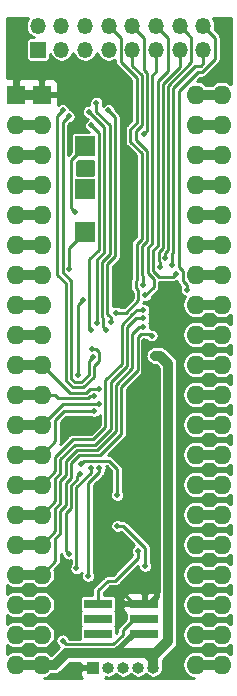
<source format=gbr>
G04 #@! TF.GenerationSoftware,KiCad,Pcbnew,(5.1.9)-1*
G04 #@! TF.CreationDate,2021-06-10T15:01:45-04:00*
G04 #@! TF.ProjectId,6526KernalSwitcherC,36353236-4b65-4726-9e61-6c5377697463,rev?*
G04 #@! TF.SameCoordinates,Original*
G04 #@! TF.FileFunction,Copper,L2,Bot*
G04 #@! TF.FilePolarity,Positive*
%FSLAX46Y46*%
G04 Gerber Fmt 4.6, Leading zero omitted, Abs format (unit mm)*
G04 Created by KiCad (PCBNEW (5.1.9)-1) date 2021-06-10 15:01:45*
%MOMM*%
%LPD*%
G01*
G04 APERTURE LIST*
G04 #@! TA.AperFunction,ComponentPad*
%ADD10O,1.600000X1.600000*%
G04 #@! TD*
G04 #@! TA.AperFunction,ComponentPad*
%ADD11R,1.600000X1.600000*%
G04 #@! TD*
G04 #@! TA.AperFunction,ComponentPad*
%ADD12R,1.000000X1.000000*%
G04 #@! TD*
G04 #@! TA.AperFunction,ComponentPad*
%ADD13O,1.000000X1.000000*%
G04 #@! TD*
G04 #@! TA.AperFunction,SMDPad,CuDef*
%ADD14R,2.400000X0.740000*%
G04 #@! TD*
G04 #@! TA.AperFunction,ComponentPad*
%ADD15R,1.700000X1.700000*%
G04 #@! TD*
G04 #@! TA.AperFunction,ComponentPad*
%ADD16R,1.350000X1.350000*%
G04 #@! TD*
G04 #@! TA.AperFunction,ComponentPad*
%ADD17O,1.350000X1.350000*%
G04 #@! TD*
G04 #@! TA.AperFunction,ViaPad*
%ADD18C,0.488800*%
G04 #@! TD*
G04 #@! TA.AperFunction,Conductor*
%ADD19C,0.880000*%
G04 #@! TD*
G04 #@! TA.AperFunction,Conductor*
%ADD20C,0.488000*%
G04 #@! TD*
G04 #@! TA.AperFunction,Conductor*
%ADD21C,0.288000*%
G04 #@! TD*
G04 #@! TA.AperFunction,Conductor*
%ADD22C,0.250000*%
G04 #@! TD*
G04 #@! TA.AperFunction,Conductor*
%ADD23C,0.239000*%
G04 #@! TD*
G04 #@! TA.AperFunction,Conductor*
%ADD24C,0.237000*%
G04 #@! TD*
G04 #@! TA.AperFunction,Conductor*
%ADD25C,0.100000*%
G04 #@! TD*
G04 APERTURE END LIST*
D10*
X114300000Y-50800000D03*
X99060000Y-99060000D03*
X114300000Y-53340000D03*
X99060000Y-96520000D03*
X114300000Y-55880000D03*
X99060000Y-93980000D03*
X114300000Y-58420000D03*
X99060000Y-91440000D03*
X114300000Y-60960000D03*
X99060000Y-88900000D03*
X114300000Y-63500000D03*
X99060000Y-86360000D03*
X114300000Y-66040000D03*
X99060000Y-83820000D03*
X114300000Y-68580000D03*
X99060000Y-81280000D03*
X114300000Y-71120000D03*
X99060000Y-78740000D03*
X114300000Y-73660000D03*
X99060000Y-76200000D03*
X114300000Y-76200000D03*
X99060000Y-73660000D03*
X114300000Y-78740000D03*
X99060000Y-71120000D03*
X114300000Y-81280000D03*
X99060000Y-68580000D03*
X114300000Y-83820000D03*
X99060000Y-66040000D03*
X114300000Y-86360000D03*
X99060000Y-63500000D03*
X114300000Y-88900000D03*
X99060000Y-60960000D03*
X114300000Y-91440000D03*
X99060000Y-58420000D03*
X114300000Y-93980000D03*
X99060000Y-55880000D03*
X114300000Y-96520000D03*
X99060000Y-53340000D03*
X114300000Y-99060000D03*
D11*
X99060000Y-50800000D03*
D12*
X105600500Y-99314000D03*
D13*
X106870500Y-99314000D03*
X108140500Y-99314000D03*
X109410500Y-99314000D03*
X110680500Y-99314000D03*
D14*
X106000000Y-96456500D03*
X109900000Y-96456500D03*
X106000000Y-95186500D03*
X109900000Y-95186500D03*
X106000000Y-93916500D03*
X109900000Y-93916500D03*
D15*
X104902000Y-58801000D03*
X104902000Y-55181500D03*
X104902000Y-62420500D03*
D11*
X101219000Y-50800000D03*
D10*
X116459000Y-99060000D03*
X101219000Y-53340000D03*
X116459000Y-96520000D03*
X101219000Y-55880000D03*
X116459000Y-93980000D03*
X101219000Y-58420000D03*
X116459000Y-91440000D03*
X101219000Y-60960000D03*
X116459000Y-88900000D03*
X101219000Y-63500000D03*
X116459000Y-86360000D03*
X101219000Y-66040000D03*
X116459000Y-83820000D03*
X101219000Y-68580000D03*
X116459000Y-81280000D03*
X101219000Y-71120000D03*
X116459000Y-78740000D03*
X101219000Y-73660000D03*
X116459000Y-76200000D03*
X101219000Y-76200000D03*
X116459000Y-73660000D03*
X101219000Y-78740000D03*
X116459000Y-71120000D03*
X101219000Y-81280000D03*
X116459000Y-68580000D03*
X101219000Y-83820000D03*
X116459000Y-66040000D03*
X101219000Y-86360000D03*
X116459000Y-63500000D03*
X101219000Y-88900000D03*
X116459000Y-60960000D03*
X101219000Y-91440000D03*
X116459000Y-58420000D03*
X101219000Y-93980000D03*
X116459000Y-55880000D03*
X101219000Y-96520000D03*
X116459000Y-53340000D03*
X101219000Y-99060000D03*
X116459000Y-50800000D03*
D16*
X100901500Y-46990000D03*
D17*
X100901500Y-44990000D03*
X102901500Y-46990000D03*
X102901500Y-44990000D03*
X104901500Y-46990000D03*
X104901500Y-44990000D03*
X106901500Y-46990000D03*
X106901500Y-44990000D03*
X108901500Y-46990000D03*
X108901500Y-44990000D03*
X110901500Y-46990000D03*
X110901500Y-44990000D03*
X112901500Y-46990000D03*
X112901500Y-44990000D03*
X114901500Y-46990000D03*
X114901500Y-44990000D03*
D18*
X109778800Y-82245200D03*
X109855000Y-77343000D03*
X108140500Y-66738500D03*
X107442000Y-68580000D03*
X108844510Y-67945000D03*
X106938201Y-92714201D03*
X108178600Y-62547500D03*
X109923492Y-71635708D03*
X108077000Y-51689000D03*
X116586000Y-45339000D03*
X112395000Y-99250500D03*
X105918000Y-78740000D03*
X115379500Y-69850000D03*
X104902000Y-57023000D03*
X110807500Y-72898000D03*
X111963200Y-77724000D03*
X111950500Y-79362300D03*
X111950500Y-81368900D03*
X111950500Y-83400900D03*
X111950500Y-85458300D03*
X111950500Y-88963500D03*
X105740200Y-96520000D03*
X105410000Y-82397600D03*
X104162039Y-90909961D03*
X106349800Y-95173800D03*
X106121200Y-82397600D03*
X105156000Y-91567000D03*
X102997000Y-97028000D03*
X104698800Y-68199000D03*
X104298750Y-74580750D03*
X109397800Y-89433400D03*
X104546400Y-82042000D03*
X107619800Y-84709000D03*
X104432100Y-82892900D03*
X103505000Y-89662000D03*
X104063800Y-60706000D03*
X105664000Y-77597000D03*
X106045000Y-75692000D03*
X110540800Y-71221600D03*
X109829600Y-70459600D03*
X109829600Y-69748400D03*
X109829600Y-69037200D03*
X106045000Y-76962000D03*
X105664000Y-76327000D03*
X109982000Y-90728800D03*
X107645200Y-87325200D03*
X103568500Y-65595500D03*
X110007400Y-67792600D03*
X111213900Y-65443100D03*
X112268000Y-65252600D03*
X113512600Y-67310000D03*
X112572800Y-65963800D03*
X111696500Y-64643000D03*
X109855000Y-54102000D03*
X109778800Y-66903600D03*
X105460800Y-72339200D03*
X102997000Y-52133500D03*
X105410000Y-70713600D03*
X105409501Y-53403999D03*
X105892600Y-70129400D03*
X105219500Y-52260500D03*
X106654600Y-70713600D03*
X105854500Y-51498500D03*
X107086400Y-70078600D03*
X106870500Y-52133500D03*
X107536201Y-69273199D03*
X105537000Y-73050400D03*
X103505000Y-52641500D03*
D19*
X99060000Y-50800000D02*
X101219000Y-50800000D01*
D20*
X107696000Y-68580000D02*
X108209510Y-68580000D01*
X108140500Y-68135500D02*
X107696000Y-68580000D01*
X108140500Y-66738500D02*
X108140500Y-68135500D01*
X107442000Y-67437000D02*
X108140500Y-66738500D01*
X107442000Y-68580000D02*
X107442000Y-67437000D01*
X108209510Y-68580000D02*
X108844510Y-67945000D01*
X107442000Y-68580000D02*
X108209510Y-68580000D01*
X109855000Y-77343000D02*
X109923492Y-77274508D01*
X109778800Y-82245200D02*
X111002990Y-83469390D01*
X111002990Y-92511790D02*
X110972600Y-92542180D01*
X111002990Y-83469390D02*
X111002990Y-92511790D01*
X110972600Y-92542180D02*
X110972600Y-93319600D01*
X110375700Y-93916500D02*
X109900000Y-93916500D01*
X110972600Y-93319600D02*
X110375700Y-93916500D01*
D21*
X109029500Y-93916500D02*
X109900000Y-93916500D01*
X106938201Y-92714201D02*
X107827201Y-92714201D01*
X107827201Y-92714201D02*
X109029500Y-93916500D01*
D20*
X108140500Y-66392867D02*
X108178600Y-66354767D01*
X108140500Y-66738500D02*
X108140500Y-66392867D01*
X108178600Y-66354767D02*
X108178600Y-63982600D01*
X108178600Y-63982600D02*
X108178600Y-62547500D01*
X101219000Y-50800000D02*
X107188000Y-50800000D01*
X108178600Y-51790600D02*
X108178600Y-62547500D01*
X107188000Y-50800000D02*
X108077000Y-51689000D01*
X108140500Y-67240990D02*
X108844510Y-67945000D01*
X108140500Y-66738500D02*
X108140500Y-67240990D01*
X108077000Y-51689000D02*
X108178600Y-51790600D01*
X112834510Y-73230332D02*
X112834510Y-98810990D01*
X111514179Y-71910001D02*
X112834510Y-73230332D01*
X109923492Y-71635708D02*
X110197785Y-71910001D01*
X110197785Y-71910001D02*
X111514179Y-71910001D01*
X112834510Y-98810990D02*
X112395000Y-99250500D01*
X112395000Y-99250500D02*
X112395000Y-99250500D01*
X109923492Y-72184294D02*
X110197785Y-71910001D01*
X109923492Y-72766008D02*
X109923492Y-72184294D01*
X109923492Y-72766008D02*
X109923492Y-71635708D01*
X109923492Y-77274508D02*
X109923492Y-72766008D01*
D19*
X99060000Y-99060000D02*
X101219000Y-99060000D01*
X102350370Y-99060000D02*
X103302870Y-98107500D01*
X101219000Y-99060000D02*
X102350370Y-99060000D01*
X110181106Y-98107500D02*
X110680500Y-98606894D01*
X110680500Y-98606894D02*
X110680500Y-99314000D01*
X110680500Y-99314000D02*
X110680500Y-98361500D01*
X110680500Y-98361500D02*
X111950500Y-97091500D01*
X110934500Y-98107500D02*
X111950500Y-97091500D01*
X109474000Y-98107500D02*
X110934500Y-98107500D01*
X109474000Y-98107500D02*
X110181106Y-98107500D01*
X107251500Y-98107500D02*
X109474000Y-98107500D01*
X103302870Y-98107500D02*
X107251500Y-98107500D01*
X107251500Y-98107500D02*
X107442000Y-98107500D01*
D20*
X109029500Y-96456500D02*
X109900000Y-96456500D01*
X107251500Y-98107500D02*
X107378500Y-98107500D01*
X107378500Y-98107500D02*
X109029500Y-96456500D01*
D19*
X111950500Y-97091500D02*
X111950500Y-88963500D01*
X111950500Y-79362300D02*
X111950500Y-73596500D01*
X111950500Y-81368900D02*
X111950500Y-79362300D01*
X111950500Y-83400900D02*
X111950500Y-81368900D01*
X111950500Y-85458300D02*
X111950500Y-83400900D01*
X111950500Y-88963500D02*
X111950500Y-85458300D01*
X111252000Y-72898000D02*
X110807500Y-72898000D01*
X111950500Y-73596500D02*
X111252000Y-72898000D01*
D22*
X105410000Y-82397600D02*
X105410000Y-82811050D01*
X105410000Y-82811050D02*
X104162039Y-84059011D01*
X104162039Y-84059011D02*
X104162039Y-90909961D01*
X104162039Y-90909961D02*
X104162039Y-90909961D01*
X106121200Y-82743233D02*
X106121200Y-82397600D01*
X105611703Y-83252730D02*
X106121200Y-82743233D01*
X105604730Y-83252730D02*
X105611703Y-83252730D01*
X105156000Y-83701460D02*
X105604730Y-83252730D01*
X105156000Y-91567000D02*
X105156000Y-83701460D01*
X103311490Y-97342490D02*
X107269012Y-97342490D01*
X102997000Y-97028000D02*
X103311490Y-97342490D01*
X109054900Y-95186500D02*
X109900000Y-95186500D01*
X107269012Y-97342490D02*
X108077000Y-96534502D01*
X108077000Y-96534502D02*
X108077000Y-96164400D01*
X108077000Y-96164400D02*
X109054900Y-95186500D01*
D21*
X106000000Y-92781568D02*
X106833568Y-91948000D01*
X106000000Y-93916500D02*
X106000000Y-92781568D01*
X106833568Y-91948000D02*
X107467400Y-91948000D01*
X107467400Y-91948000D02*
X109397800Y-90017600D01*
X109397800Y-90017600D02*
X109397800Y-89433400D01*
X109397800Y-89433400D02*
X109397800Y-89433400D01*
D22*
X107619800Y-82499200D02*
X107619800Y-84709000D01*
X107619800Y-84709000D02*
X107619800Y-84709000D01*
X104298750Y-68599050D02*
X104698800Y-68199000D01*
X104298750Y-74580750D02*
X104298750Y-68599050D01*
X106918201Y-81797601D02*
X107619800Y-82499200D01*
X104790799Y-81797601D02*
X106918201Y-81797601D01*
X104546400Y-82042000D02*
X104790799Y-81797601D01*
X103251000Y-89408000D02*
X103505000Y-89662000D01*
X103251000Y-89281000D02*
X103251000Y-89408000D01*
X104187701Y-83137299D02*
X104187701Y-83396939D01*
X103262020Y-89269980D02*
X103251000Y-89281000D01*
X103712030Y-83872610D02*
X103712029Y-85776201D01*
X103262020Y-86226210D02*
X103262020Y-89269980D01*
X104187701Y-83396939D02*
X103712030Y-83872610D01*
X104432100Y-82892900D02*
X104187701Y-83137299D01*
X103712029Y-85776201D02*
X103262020Y-86226210D01*
X104889300Y-55181500D02*
X104902000Y-55181500D01*
X103726999Y-56343801D02*
X104889300Y-55181500D01*
X104063800Y-60706000D02*
X103726999Y-60369199D01*
X103726999Y-60369199D02*
X103726999Y-56343801D01*
D19*
X114300000Y-66040000D02*
X116459000Y-66040000D01*
X99060000Y-81280000D02*
X101219000Y-81280000D01*
D22*
X105664000Y-77597000D02*
X105664000Y-77597000D01*
X101219000Y-81280000D02*
X102387400Y-80111600D01*
X102387400Y-80111600D02*
X102387400Y-78333600D01*
X103124000Y-77597000D02*
X105664000Y-77597000D01*
X102387400Y-78333600D02*
X103124000Y-77597000D01*
D19*
X99060000Y-55880000D02*
X101219000Y-55880000D01*
X99060000Y-58420000D02*
X101219000Y-58420000D01*
X99060000Y-60960000D02*
X101219000Y-60960000D01*
X99060000Y-63500000D02*
X101219000Y-63500000D01*
X99060000Y-71120000D02*
X101219000Y-71120000D01*
X99060000Y-73660000D02*
X101219000Y-73660000D01*
D22*
X101219000Y-73660000D02*
X103609170Y-76050170D01*
X103609170Y-76050170D02*
X104944864Y-76050170D01*
X105303034Y-75692000D02*
X106045000Y-75692000D01*
X104944864Y-76050170D02*
X105303034Y-75692000D01*
D19*
X114300000Y-50800000D02*
X116459000Y-50800000D01*
X114300000Y-53340000D02*
X116459000Y-53340000D01*
X99060000Y-96520000D02*
X101219000Y-96520000D01*
X114300000Y-55880000D02*
X116459000Y-55880000D01*
X99060000Y-93980000D02*
X101219000Y-93980000D01*
X114300000Y-58420000D02*
X116459000Y-58420000D01*
X99060000Y-91440000D02*
X101219000Y-91440000D01*
D22*
X109354091Y-74160127D02*
X109354482Y-74160518D01*
X107964431Y-75550569D02*
X109354482Y-74160518D01*
X102812010Y-87943400D02*
X102812010Y-86039810D01*
X107964431Y-79513360D02*
X107964431Y-75550569D01*
X106130201Y-81347590D02*
X107964431Y-79513360D01*
X102812010Y-86039810D02*
X103262020Y-85589800D01*
X102362000Y-90297000D02*
X102362000Y-88393410D01*
X103712030Y-82033656D02*
X104398095Y-81347591D01*
X102362000Y-88393410D02*
X102812010Y-87943400D01*
X101219000Y-91440000D02*
X102362000Y-90297000D01*
X103712030Y-83236200D02*
X103712030Y-82033656D01*
X104398095Y-81347591D02*
X106130201Y-81347590D01*
X103262020Y-85589800D02*
X103262020Y-83686210D01*
X103262020Y-83686210D02*
X103712030Y-83236200D01*
X110508486Y-71221600D02*
X110540800Y-71221600D01*
X109354482Y-73896082D02*
X109354091Y-73895691D01*
X109354482Y-74160518D02*
X109354482Y-73896082D01*
X110353193Y-71066307D02*
X110508486Y-71221600D01*
X109354091Y-73895691D02*
X109354091Y-71362395D01*
X109354091Y-71362395D02*
X109650179Y-71066307D01*
X109650179Y-71066307D02*
X110353193Y-71066307D01*
D19*
X114300000Y-60960000D02*
X116459000Y-60960000D01*
X99060000Y-88900000D02*
X101219000Y-88900000D01*
D22*
X109483967Y-70459600D02*
X109829600Y-70459600D01*
X108904081Y-73974509D02*
X108904082Y-71039485D01*
X108904082Y-71039485D02*
X109483967Y-70459600D01*
X102362000Y-85853410D02*
X102812010Y-85403400D01*
X105943800Y-80897581D02*
X107514421Y-79326960D01*
X102362000Y-87757000D02*
X102362000Y-85853410D01*
X102812010Y-85403400D02*
X102812010Y-83499810D01*
X101219000Y-88900000D02*
X102362000Y-87757000D01*
X103262020Y-83049800D02*
X103262021Y-81847255D01*
X103262021Y-81847255D02*
X104211695Y-80897581D01*
X104211695Y-80897581D02*
X105943800Y-80897581D01*
X107514422Y-75364168D02*
X108904081Y-73974509D01*
X102812010Y-83499810D02*
X103262020Y-83049800D01*
X107514421Y-79326960D02*
X107514422Y-75364168D01*
D19*
X114300000Y-63500000D02*
X116459000Y-63500000D01*
X99060000Y-86360000D02*
X101219000Y-86360000D01*
D22*
X109220000Y-69748400D02*
X109829600Y-69748400D01*
X108454071Y-70514329D02*
X109220000Y-69748400D01*
X102812012Y-81660854D02*
X104025295Y-80447571D01*
X102812010Y-82863400D02*
X102812012Y-81660854D01*
X104025295Y-80447571D02*
X105757401Y-80447570D01*
X107064413Y-75177767D02*
X108454071Y-73788109D01*
X102362000Y-85217000D02*
X102362000Y-83313410D01*
X101219000Y-86360000D02*
X102362000Y-85217000D01*
X105757401Y-80447570D02*
X107064411Y-79140560D01*
X107064411Y-79140560D02*
X107064411Y-75615800D01*
X107064411Y-75615800D02*
X107064413Y-75177767D01*
X102362000Y-83313410D02*
X102812010Y-82863400D01*
X108454071Y-73788109D02*
X108454071Y-70514329D01*
D19*
X99060000Y-83820000D02*
X101219000Y-83820000D01*
D22*
X102362003Y-81474453D02*
X102362000Y-82677000D01*
X108004062Y-70303938D02*
X108004061Y-73601709D01*
X108889800Y-69418200D02*
X108004062Y-70303938D01*
X108913790Y-69418200D02*
X108889800Y-69418200D01*
X109294790Y-69037200D02*
X108913790Y-69418200D01*
X106614401Y-75503599D02*
X106614401Y-78954160D01*
X102362000Y-82677000D02*
X101219000Y-83820000D01*
X109829600Y-69037200D02*
X109294790Y-69037200D01*
X106614401Y-78954160D02*
X105571000Y-79997561D01*
X108004061Y-73601709D02*
X106614404Y-74991366D01*
X106614404Y-74991366D02*
X106614401Y-75503599D01*
X105571000Y-79997561D02*
X103838895Y-79997561D01*
X103838895Y-79997561D02*
X102362003Y-81474453D01*
D19*
X114300000Y-68580000D02*
X116459000Y-68580000D01*
X114300000Y-71120000D02*
X116459000Y-71120000D01*
X99060000Y-78740000D02*
X101219000Y-78740000D01*
D22*
X103020620Y-76962000D02*
X106045000Y-76962000D01*
X102997000Y-76962000D02*
X103020620Y-76962000D01*
X101219000Y-78740000D02*
X102997000Y-76962000D01*
D19*
X114300000Y-73660000D02*
X116459000Y-73660000D01*
X99060000Y-76200000D02*
X101219000Y-76200000D01*
D22*
X101346000Y-76327000D02*
X101219000Y-76200000D01*
X105308400Y-76327000D02*
X105664000Y-76327000D01*
X102350370Y-76200000D02*
X102650550Y-76500180D01*
X101219000Y-76200000D02*
X102350370Y-76200000D01*
X102650550Y-76500180D02*
X105131264Y-76500180D01*
X105131264Y-76500180D02*
X105306422Y-76325022D01*
X105306422Y-76325022D02*
X105308400Y-76327000D01*
D19*
X114300000Y-76200000D02*
X116459000Y-76200000D01*
X114300000Y-78740000D02*
X116459000Y-78740000D01*
X114300000Y-81280000D02*
X116459000Y-81280000D01*
X99060000Y-68580000D02*
X101219000Y-68580000D01*
X114300000Y-83820000D02*
X116459000Y-83820000D01*
X99060000Y-66040000D02*
X101219000Y-66040000D01*
X114300000Y-86360000D02*
X116459000Y-86360000D01*
X114300000Y-88900000D02*
X116459000Y-88900000D01*
X114300000Y-91440000D02*
X116459000Y-91440000D01*
X114300000Y-93980000D02*
X116459000Y-93980000D01*
X114300000Y-96520000D02*
X116459000Y-96520000D01*
X99060000Y-53340000D02*
X101219000Y-53340000D01*
X114300000Y-99060000D02*
X116459000Y-99060000D01*
D22*
X107645200Y-87325200D02*
X107645200Y-87325200D01*
D21*
X108127800Y-87325200D02*
X107645200Y-87325200D01*
X109986201Y-89183601D02*
X108127800Y-87325200D01*
X109982000Y-90383167D02*
X109986201Y-90378966D01*
X109986201Y-90378966D02*
X109986201Y-89183601D01*
X109982000Y-90728800D02*
X109982000Y-90383167D01*
D22*
X104013000Y-63309500D02*
X104902000Y-62420500D01*
X103568500Y-65595500D02*
X103568500Y-63754000D01*
X103568500Y-63754000D02*
X104013000Y-63309500D01*
X110718600Y-67081400D02*
X110007400Y-67792600D01*
X110587351Y-63397009D02*
X110194489Y-63789871D01*
X110194490Y-65902814D02*
X110718600Y-66426924D01*
X110718600Y-66426924D02*
X110718600Y-67081400D01*
X110587351Y-55943500D02*
X110587351Y-63397009D01*
X110194489Y-63789871D02*
X110194490Y-65902814D01*
D23*
X110901500Y-48864500D02*
X110901500Y-46990000D01*
X110587351Y-55943500D02*
X110587351Y-49178649D01*
X110587351Y-49178649D02*
X110901500Y-48864500D01*
D22*
X111213900Y-65443100D02*
X111213900Y-65003114D01*
X111127099Y-64916313D02*
X111127099Y-64130081D01*
X111213900Y-65003114D02*
X111127099Y-64916313D01*
X111127099Y-64130081D02*
X111487371Y-63769809D01*
X111487371Y-63707719D02*
X111487371Y-55943500D01*
X111487371Y-63769809D02*
X111487371Y-63707719D01*
D23*
X111487371Y-55924029D02*
X111492871Y-55918529D01*
X111487371Y-55943500D02*
X111487371Y-55924029D01*
X111487371Y-55943500D02*
X111487371Y-52850629D01*
X111487371Y-52850629D02*
X111476371Y-52839629D01*
X112901500Y-47944594D02*
X112901500Y-46990000D01*
X112901500Y-48453074D02*
X112901500Y-47944594D01*
X111476371Y-49878203D02*
X112901500Y-48453074D01*
X111476371Y-52839629D02*
X111476371Y-49878203D01*
D22*
X112268000Y-65252600D02*
X112268000Y-64460686D01*
X112268000Y-64262000D02*
X112387391Y-64142609D01*
X112268000Y-64460686D02*
X112268000Y-64262000D01*
X112387391Y-64142609D02*
X112387391Y-55880000D01*
D23*
X114681000Y-48387000D02*
X114901500Y-48166500D01*
X114209278Y-48387000D02*
X114681000Y-48387000D01*
X112387391Y-55880000D02*
X112387391Y-50208887D01*
X114901500Y-48166500D02*
X114901500Y-46990000D01*
X112387391Y-50208887D02*
X114209278Y-48387000D01*
D22*
X113512600Y-67310000D02*
X113512600Y-66917602D01*
X113512600Y-66917602D02*
X113174999Y-66580001D01*
X112837401Y-65402901D02*
X112837401Y-64393677D01*
X113174999Y-66580001D02*
X113174999Y-65740499D01*
X113174999Y-65740499D02*
X112837401Y-65402901D01*
X112837401Y-64393677D02*
X112837401Y-55818599D01*
D23*
X112837401Y-55818599D02*
X112837401Y-50480401D01*
X112837401Y-50480401D02*
X112841599Y-50480401D01*
X112841599Y-50480401D02*
X114427000Y-48895000D01*
X114427000Y-48895000D02*
X114793853Y-48895000D01*
X115576499Y-45664999D02*
X114901500Y-44990000D01*
X115896001Y-45984501D02*
X115576499Y-45664999D01*
X115896001Y-47792852D02*
X115896001Y-45984501D01*
X114793853Y-48895000D02*
X115896001Y-47792852D01*
D22*
X112572800Y-65963800D02*
X112328401Y-66208199D01*
X110644499Y-65716413D02*
X110644499Y-63976271D01*
X112328401Y-66208199D02*
X111136285Y-66208199D01*
X111136285Y-66208199D02*
X110644499Y-65716413D01*
X110644499Y-63976271D02*
X111037361Y-63583409D01*
X111037361Y-63583409D02*
X111037361Y-55943500D01*
D23*
X111037361Y-55943500D02*
X111037361Y-49696361D01*
X111896001Y-45984501D02*
X111576499Y-45664999D01*
X111576499Y-45664999D02*
X110901500Y-44990000D01*
X111896001Y-48837721D02*
X111896001Y-45984501D01*
X111037361Y-49696361D02*
X111896001Y-48837721D01*
D22*
X111696500Y-64643000D02*
X111696500Y-64197090D01*
X111696500Y-64197090D02*
X111937381Y-63956209D01*
X111937381Y-63956209D02*
X111937381Y-55880000D01*
D23*
X111937381Y-55880000D02*
X111937381Y-52473000D01*
X111937381Y-52473000D02*
X111915381Y-52451000D01*
X113906999Y-48068427D02*
X113906999Y-45995499D01*
X113576499Y-45664999D02*
X112901500Y-44990000D01*
X111915381Y-50060045D02*
X113906999Y-48068427D01*
X113906999Y-45995499D02*
X113576499Y-45664999D01*
X111915381Y-52451000D02*
X111915381Y-50060045D01*
X109855000Y-54102000D02*
X110148341Y-53808659D01*
X109576499Y-45664999D02*
X108901500Y-44990000D01*
X109896001Y-45984501D02*
X109576499Y-45664999D01*
X109896001Y-48730319D02*
X109896001Y-45984501D01*
X110148341Y-48982659D02*
X109896001Y-48730319D01*
X110148341Y-53808659D02*
X110148341Y-48982659D01*
D22*
X109778800Y-66123534D02*
X109744481Y-66089213D01*
X109778800Y-66903600D02*
X109778800Y-66123534D01*
X109744481Y-66089213D02*
X109744480Y-63603470D01*
X109744480Y-63603470D02*
X110137341Y-63210609D01*
X110137341Y-63210609D02*
X110137341Y-55956200D01*
D23*
X109689910Y-55143747D02*
X109682130Y-55143747D01*
X109709331Y-49164502D02*
X108901500Y-48356671D01*
X110131840Y-55585677D02*
X109689910Y-55143747D01*
X108901500Y-48356671D02*
X108901500Y-47944594D01*
X110131841Y-55947759D02*
X110131840Y-55585677D01*
X110137341Y-55953259D02*
X110131841Y-55947759D01*
X110137341Y-55956200D02*
X110137341Y-55953259D01*
X109181120Y-54642737D02*
X109181120Y-53886880D01*
X108901500Y-47944594D02*
X108901500Y-46990000D01*
X109682130Y-55143747D02*
X109181120Y-54642737D01*
X109181120Y-53886880D02*
X109709331Y-53358669D01*
X109709331Y-53358669D02*
X109709331Y-49164502D01*
D22*
X103839036Y-75600160D02*
X103276400Y-75037524D01*
X104758463Y-75600161D02*
X103839036Y-75600160D01*
X103276400Y-75037524D02*
X103276400Y-73406000D01*
X105666410Y-74692214D02*
X105666410Y-73763704D01*
X104758463Y-75600161D02*
X105666410Y-74692214D01*
X105806433Y-72339200D02*
X105460800Y-72339200D01*
X106106401Y-72639168D02*
X105806433Y-72339200D01*
X106106401Y-73323713D02*
X106106401Y-72639168D01*
X105666410Y-73763704D02*
X106106401Y-73323713D01*
X103276400Y-73406000D02*
X103276400Y-69875400D01*
X103276400Y-69875400D02*
X103276400Y-67843400D01*
X103276400Y-66782524D02*
X102546990Y-66053114D01*
X103276400Y-67843400D02*
X103276400Y-66782524D01*
X102546990Y-66053114D02*
X102546990Y-64262000D01*
X102546990Y-64262000D02*
X102546990Y-56489600D01*
X102546990Y-56489600D02*
X102546990Y-52583510D01*
X102546990Y-52583510D02*
X102997000Y-52133500D01*
X102997000Y-52133500D02*
X102997000Y-52133500D01*
X105268201Y-70571801D02*
X105268201Y-67925687D01*
X105410000Y-70713600D02*
X105268201Y-70571801D01*
X105268201Y-67925687D02*
X105268201Y-64759399D01*
X105268201Y-64759399D02*
X106077001Y-63950599D01*
X106077001Y-63950599D02*
X106077001Y-63530501D01*
X106077001Y-63530501D02*
X106077001Y-62382400D01*
X106077001Y-54071499D02*
X105409501Y-53403999D01*
X106077001Y-62382400D02*
X106077001Y-54071499D01*
X105409501Y-53403999D02*
X105409002Y-53403500D01*
D23*
X105219500Y-52260500D02*
X105219500Y-52260500D01*
D22*
X106527011Y-53568011D02*
X105219500Y-52260500D01*
X105892600Y-70129400D02*
X105892600Y-64771410D01*
X106527011Y-64136999D02*
X106527011Y-53568011D01*
X105892600Y-64771410D02*
X106527011Y-64136999D01*
X106462001Y-69744978D02*
X106342610Y-69625587D01*
X106654600Y-70713600D02*
X106462001Y-70521001D01*
X106462001Y-70521001D02*
X106462001Y-69744978D01*
X106342610Y-69625587D02*
X106342610Y-65328800D01*
X106342610Y-65328800D02*
X106342610Y-64957810D01*
X106977021Y-64323399D02*
X106977021Y-63903301D01*
X106342610Y-64957810D02*
X106977021Y-64323399D01*
X106977021Y-63903301D02*
X106977021Y-62560200D01*
X106977021Y-62560200D02*
X106977021Y-54356000D01*
X106977021Y-54356000D02*
X106977020Y-53381610D01*
X106977020Y-53381610D02*
X105854500Y-52259090D01*
X105854500Y-52259090D02*
X105854500Y-51498500D01*
X105854500Y-51498500D02*
X105854500Y-51498500D01*
X107086400Y-69666112D02*
X106872599Y-69452311D01*
X107086400Y-70078600D02*
X107086400Y-69666112D01*
X106866511Y-69452311D02*
X106792620Y-69378420D01*
X106872599Y-69452311D02*
X106866511Y-69452311D01*
X106792620Y-69378420D02*
X106792620Y-65328800D01*
X106792620Y-65328800D02*
X106792620Y-65144210D01*
X107427031Y-64509799D02*
X107427031Y-64089701D01*
X106792620Y-65144210D02*
X107427031Y-64509799D01*
X107427031Y-64089701D02*
X107427031Y-62636400D01*
X107427031Y-62636400D02*
X107427031Y-54546500D01*
X107427029Y-54150529D02*
X107427029Y-52690029D01*
X107427031Y-54546500D02*
X107427031Y-54150531D01*
X107427031Y-54150531D02*
X107427029Y-54150529D01*
X107427029Y-52690029D02*
X106870500Y-52133500D01*
X106870500Y-52133500D02*
X106870500Y-52133500D01*
X107536201Y-69273199D02*
X108359025Y-69273199D01*
X108359025Y-69273199D02*
X109413911Y-68218313D01*
X109413911Y-68218313D02*
X109413911Y-67671687D01*
X109209399Y-66584001D02*
X109294472Y-66498928D01*
X109209399Y-67176913D02*
X109209399Y-66584001D01*
X109413911Y-67671687D02*
X109413911Y-67381425D01*
X109413911Y-67381425D02*
X109209399Y-67176913D01*
X109294472Y-66498928D02*
X109294471Y-63417069D01*
X109294471Y-63417069D02*
X109687331Y-63024209D01*
X109687331Y-63024209D02*
X109687331Y-56007000D01*
X109687331Y-56007000D02*
X109687331Y-55769800D01*
D23*
X109687331Y-55769800D02*
X109687331Y-55762020D01*
X109687331Y-55769800D02*
X108742110Y-54824579D01*
X106901500Y-44990000D02*
X107906999Y-45995499D01*
X107906999Y-48026499D02*
X109270321Y-49389821D01*
X107906999Y-45995499D02*
X107906999Y-48026499D01*
X109270321Y-49389821D02*
X109270321Y-53176827D01*
X108742110Y-53705037D02*
X108742110Y-54824579D01*
X109270321Y-53176827D02*
X108742110Y-53705037D01*
D22*
X103729349Y-74854063D02*
X103729349Y-73207051D01*
X105216401Y-74505813D02*
X104572063Y-75150151D01*
X104572063Y-75150151D02*
X104025437Y-75150151D01*
X104025437Y-75150151D02*
X103729349Y-74854063D01*
X105216401Y-73370999D02*
X105537000Y-73050400D01*
X105216401Y-74505813D02*
X105216401Y-73370999D01*
X103729349Y-73207051D02*
X103729349Y-67746051D01*
X103729349Y-66599063D02*
X102997000Y-65866714D01*
X103729349Y-67746051D02*
X103729349Y-66599063D01*
X102997000Y-65866714D02*
X102997000Y-64135000D01*
X102997000Y-64135000D02*
X102997000Y-56438800D01*
X102997000Y-56438800D02*
X102997000Y-53149500D01*
X102997000Y-53149500D02*
X103505000Y-52641500D01*
X103505000Y-52641500D02*
X103505000Y-52641500D01*
D24*
X112694499Y-66556414D02*
X112692176Y-66580001D01*
X112694499Y-66603587D01*
X112694499Y-66603597D01*
X112701452Y-66674194D01*
X112728928Y-66764769D01*
X112773546Y-66848244D01*
X112833591Y-66921409D01*
X112851921Y-66936452D01*
X112969357Y-67053889D01*
X112935753Y-67135016D01*
X112912700Y-67250915D01*
X112912700Y-67369085D01*
X112935753Y-67484984D01*
X112980975Y-67594159D01*
X113046627Y-67692414D01*
X113130186Y-67775973D01*
X113228441Y-67841625D01*
X113337616Y-67886847D01*
X113369239Y-67893137D01*
X113276009Y-68032665D01*
X113188905Y-68242953D01*
X113144500Y-68466193D01*
X113144500Y-68693807D01*
X113188905Y-68917047D01*
X113276009Y-69127335D01*
X113402465Y-69316588D01*
X113563412Y-69477535D01*
X113752665Y-69603991D01*
X113962953Y-69691095D01*
X114186193Y-69735500D01*
X114413807Y-69735500D01*
X114637047Y-69691095D01*
X114847335Y-69603991D01*
X115036588Y-69477535D01*
X115138623Y-69375500D01*
X115620377Y-69375500D01*
X115722412Y-69477535D01*
X115911665Y-69603991D01*
X116121953Y-69691095D01*
X116345193Y-69735500D01*
X116572807Y-69735500D01*
X116796047Y-69691095D01*
X117006335Y-69603991D01*
X117195588Y-69477535D01*
X117221501Y-69451622D01*
X117221501Y-70248378D01*
X117195588Y-70222465D01*
X117006335Y-70096009D01*
X116796047Y-70008905D01*
X116572807Y-69964500D01*
X116345193Y-69964500D01*
X116121953Y-70008905D01*
X115911665Y-70096009D01*
X115722412Y-70222465D01*
X115620377Y-70324500D01*
X115138623Y-70324500D01*
X115036588Y-70222465D01*
X114847335Y-70096009D01*
X114637047Y-70008905D01*
X114413807Y-69964500D01*
X114186193Y-69964500D01*
X113962953Y-70008905D01*
X113752665Y-70096009D01*
X113563412Y-70222465D01*
X113402465Y-70383412D01*
X113276009Y-70572665D01*
X113188905Y-70782953D01*
X113144500Y-71006193D01*
X113144500Y-71233807D01*
X113188905Y-71457047D01*
X113276009Y-71667335D01*
X113402465Y-71856588D01*
X113563412Y-72017535D01*
X113752665Y-72143991D01*
X113962953Y-72231095D01*
X114186193Y-72275500D01*
X114413807Y-72275500D01*
X114637047Y-72231095D01*
X114847335Y-72143991D01*
X115036588Y-72017535D01*
X115138623Y-71915500D01*
X115620377Y-71915500D01*
X115722412Y-72017535D01*
X115911665Y-72143991D01*
X116121953Y-72231095D01*
X116345193Y-72275500D01*
X116572807Y-72275500D01*
X116796047Y-72231095D01*
X117006335Y-72143991D01*
X117195588Y-72017535D01*
X117221501Y-71991622D01*
X117221500Y-72788377D01*
X117195588Y-72762465D01*
X117006335Y-72636009D01*
X116796047Y-72548905D01*
X116572807Y-72504500D01*
X116345193Y-72504500D01*
X116121953Y-72548905D01*
X115911665Y-72636009D01*
X115722412Y-72762465D01*
X115620377Y-72864500D01*
X115138623Y-72864500D01*
X115036588Y-72762465D01*
X114847335Y-72636009D01*
X114637047Y-72548905D01*
X114413807Y-72504500D01*
X114186193Y-72504500D01*
X113962953Y-72548905D01*
X113752665Y-72636009D01*
X113563412Y-72762465D01*
X113402465Y-72923412D01*
X113276009Y-73112665D01*
X113188905Y-73322953D01*
X113144500Y-73546193D01*
X113144500Y-73773807D01*
X113188905Y-73997047D01*
X113276009Y-74207335D01*
X113402465Y-74396588D01*
X113563412Y-74557535D01*
X113752665Y-74683991D01*
X113962953Y-74771095D01*
X114186193Y-74815500D01*
X114413807Y-74815500D01*
X114637047Y-74771095D01*
X114847335Y-74683991D01*
X115036588Y-74557535D01*
X115138623Y-74455500D01*
X115620377Y-74455500D01*
X115722412Y-74557535D01*
X115911665Y-74683991D01*
X116121953Y-74771095D01*
X116345193Y-74815500D01*
X116572807Y-74815500D01*
X116796047Y-74771095D01*
X117006335Y-74683991D01*
X117195588Y-74557535D01*
X117221500Y-74531623D01*
X117221500Y-75328377D01*
X117195588Y-75302465D01*
X117006335Y-75176009D01*
X116796047Y-75088905D01*
X116572807Y-75044500D01*
X116345193Y-75044500D01*
X116121953Y-75088905D01*
X115911665Y-75176009D01*
X115722412Y-75302465D01*
X115620377Y-75404500D01*
X115138623Y-75404500D01*
X115036588Y-75302465D01*
X114847335Y-75176009D01*
X114637047Y-75088905D01*
X114413807Y-75044500D01*
X114186193Y-75044500D01*
X113962953Y-75088905D01*
X113752665Y-75176009D01*
X113563412Y-75302465D01*
X113402465Y-75463412D01*
X113276009Y-75652665D01*
X113188905Y-75862953D01*
X113144500Y-76086193D01*
X113144500Y-76313807D01*
X113188905Y-76537047D01*
X113276009Y-76747335D01*
X113402465Y-76936588D01*
X113563412Y-77097535D01*
X113752665Y-77223991D01*
X113962953Y-77311095D01*
X114186193Y-77355500D01*
X114413807Y-77355500D01*
X114637047Y-77311095D01*
X114847335Y-77223991D01*
X115036588Y-77097535D01*
X115138623Y-76995500D01*
X115620377Y-76995500D01*
X115722412Y-77097535D01*
X115911665Y-77223991D01*
X116121953Y-77311095D01*
X116345193Y-77355500D01*
X116572807Y-77355500D01*
X116796047Y-77311095D01*
X117006335Y-77223991D01*
X117195588Y-77097535D01*
X117221500Y-77071623D01*
X117221500Y-77868377D01*
X117195588Y-77842465D01*
X117006335Y-77716009D01*
X116796047Y-77628905D01*
X116572807Y-77584500D01*
X116345193Y-77584500D01*
X116121953Y-77628905D01*
X115911665Y-77716009D01*
X115722412Y-77842465D01*
X115620377Y-77944500D01*
X115138623Y-77944500D01*
X115036588Y-77842465D01*
X114847335Y-77716009D01*
X114637047Y-77628905D01*
X114413807Y-77584500D01*
X114186193Y-77584500D01*
X113962953Y-77628905D01*
X113752665Y-77716009D01*
X113563412Y-77842465D01*
X113402465Y-78003412D01*
X113276009Y-78192665D01*
X113188905Y-78402953D01*
X113144500Y-78626193D01*
X113144500Y-78853807D01*
X113188905Y-79077047D01*
X113276009Y-79287335D01*
X113402465Y-79476588D01*
X113563412Y-79637535D01*
X113752665Y-79763991D01*
X113962953Y-79851095D01*
X114186193Y-79895500D01*
X114413807Y-79895500D01*
X114637047Y-79851095D01*
X114847335Y-79763991D01*
X115036588Y-79637535D01*
X115138623Y-79535500D01*
X115620377Y-79535500D01*
X115722412Y-79637535D01*
X115911665Y-79763991D01*
X116121953Y-79851095D01*
X116345193Y-79895500D01*
X116572807Y-79895500D01*
X116796047Y-79851095D01*
X117006335Y-79763991D01*
X117195588Y-79637535D01*
X117221500Y-79611623D01*
X117221500Y-80408377D01*
X117195588Y-80382465D01*
X117006335Y-80256009D01*
X116796047Y-80168905D01*
X116572807Y-80124500D01*
X116345193Y-80124500D01*
X116121953Y-80168905D01*
X115911665Y-80256009D01*
X115722412Y-80382465D01*
X115620377Y-80484500D01*
X115138623Y-80484500D01*
X115036588Y-80382465D01*
X114847335Y-80256009D01*
X114637047Y-80168905D01*
X114413807Y-80124500D01*
X114186193Y-80124500D01*
X113962953Y-80168905D01*
X113752665Y-80256009D01*
X113563412Y-80382465D01*
X113402465Y-80543412D01*
X113276009Y-80732665D01*
X113188905Y-80942953D01*
X113144500Y-81166193D01*
X113144500Y-81393807D01*
X113188905Y-81617047D01*
X113276009Y-81827335D01*
X113402465Y-82016588D01*
X113563412Y-82177535D01*
X113752665Y-82303991D01*
X113962953Y-82391095D01*
X114186193Y-82435500D01*
X114413807Y-82435500D01*
X114637047Y-82391095D01*
X114847335Y-82303991D01*
X115036588Y-82177535D01*
X115138623Y-82075500D01*
X115620377Y-82075500D01*
X115722412Y-82177535D01*
X115911665Y-82303991D01*
X116121953Y-82391095D01*
X116345193Y-82435500D01*
X116572807Y-82435500D01*
X116796047Y-82391095D01*
X117006335Y-82303991D01*
X117195588Y-82177535D01*
X117221500Y-82151623D01*
X117221500Y-82948377D01*
X117195588Y-82922465D01*
X117006335Y-82796009D01*
X116796047Y-82708905D01*
X116572807Y-82664500D01*
X116345193Y-82664500D01*
X116121953Y-82708905D01*
X115911665Y-82796009D01*
X115722412Y-82922465D01*
X115620377Y-83024500D01*
X115138623Y-83024500D01*
X115036588Y-82922465D01*
X114847335Y-82796009D01*
X114637047Y-82708905D01*
X114413807Y-82664500D01*
X114186193Y-82664500D01*
X113962953Y-82708905D01*
X113752665Y-82796009D01*
X113563412Y-82922465D01*
X113402465Y-83083412D01*
X113276009Y-83272665D01*
X113188905Y-83482953D01*
X113144500Y-83706193D01*
X113144500Y-83933807D01*
X113188905Y-84157047D01*
X113276009Y-84367335D01*
X113402465Y-84556588D01*
X113563412Y-84717535D01*
X113752665Y-84843991D01*
X113962953Y-84931095D01*
X114186193Y-84975500D01*
X114413807Y-84975500D01*
X114637047Y-84931095D01*
X114847335Y-84843991D01*
X115036588Y-84717535D01*
X115138623Y-84615500D01*
X115620377Y-84615500D01*
X115722412Y-84717535D01*
X115911665Y-84843991D01*
X116121953Y-84931095D01*
X116345193Y-84975500D01*
X116572807Y-84975500D01*
X116796047Y-84931095D01*
X117006335Y-84843991D01*
X117195588Y-84717535D01*
X117221500Y-84691623D01*
X117221500Y-85488377D01*
X117195588Y-85462465D01*
X117006335Y-85336009D01*
X116796047Y-85248905D01*
X116572807Y-85204500D01*
X116345193Y-85204500D01*
X116121953Y-85248905D01*
X115911665Y-85336009D01*
X115722412Y-85462465D01*
X115620377Y-85564500D01*
X115138623Y-85564500D01*
X115036588Y-85462465D01*
X114847335Y-85336009D01*
X114637047Y-85248905D01*
X114413807Y-85204500D01*
X114186193Y-85204500D01*
X113962953Y-85248905D01*
X113752665Y-85336009D01*
X113563412Y-85462465D01*
X113402465Y-85623412D01*
X113276009Y-85812665D01*
X113188905Y-86022953D01*
X113144500Y-86246193D01*
X113144500Y-86473807D01*
X113188905Y-86697047D01*
X113276009Y-86907335D01*
X113402465Y-87096588D01*
X113563412Y-87257535D01*
X113752665Y-87383991D01*
X113962953Y-87471095D01*
X114186193Y-87515500D01*
X114413807Y-87515500D01*
X114637047Y-87471095D01*
X114847335Y-87383991D01*
X115036588Y-87257535D01*
X115138623Y-87155500D01*
X115620377Y-87155500D01*
X115722412Y-87257535D01*
X115911665Y-87383991D01*
X116121953Y-87471095D01*
X116345193Y-87515500D01*
X116572807Y-87515500D01*
X116796047Y-87471095D01*
X117006335Y-87383991D01*
X117195588Y-87257535D01*
X117221500Y-87231623D01*
X117221500Y-88028377D01*
X117195588Y-88002465D01*
X117006335Y-87876009D01*
X116796047Y-87788905D01*
X116572807Y-87744500D01*
X116345193Y-87744500D01*
X116121953Y-87788905D01*
X115911665Y-87876009D01*
X115722412Y-88002465D01*
X115620377Y-88104500D01*
X115138623Y-88104500D01*
X115036588Y-88002465D01*
X114847335Y-87876009D01*
X114637047Y-87788905D01*
X114413807Y-87744500D01*
X114186193Y-87744500D01*
X113962953Y-87788905D01*
X113752665Y-87876009D01*
X113563412Y-88002465D01*
X113402465Y-88163412D01*
X113276009Y-88352665D01*
X113188905Y-88562953D01*
X113144500Y-88786193D01*
X113144500Y-89013807D01*
X113188905Y-89237047D01*
X113276009Y-89447335D01*
X113402465Y-89636588D01*
X113563412Y-89797535D01*
X113752665Y-89923991D01*
X113962953Y-90011095D01*
X114186193Y-90055500D01*
X114413807Y-90055500D01*
X114637047Y-90011095D01*
X114847335Y-89923991D01*
X115036588Y-89797535D01*
X115138623Y-89695500D01*
X115620377Y-89695500D01*
X115722412Y-89797535D01*
X115911665Y-89923991D01*
X116121953Y-90011095D01*
X116345193Y-90055500D01*
X116572807Y-90055500D01*
X116796047Y-90011095D01*
X117006335Y-89923991D01*
X117195588Y-89797535D01*
X117221500Y-89771623D01*
X117221500Y-90568377D01*
X117195588Y-90542465D01*
X117006335Y-90416009D01*
X116796047Y-90328905D01*
X116572807Y-90284500D01*
X116345193Y-90284500D01*
X116121953Y-90328905D01*
X115911665Y-90416009D01*
X115722412Y-90542465D01*
X115620377Y-90644500D01*
X115138623Y-90644500D01*
X115036588Y-90542465D01*
X114847335Y-90416009D01*
X114637047Y-90328905D01*
X114413807Y-90284500D01*
X114186193Y-90284500D01*
X113962953Y-90328905D01*
X113752665Y-90416009D01*
X113563412Y-90542465D01*
X113402465Y-90703412D01*
X113276009Y-90892665D01*
X113188905Y-91102953D01*
X113144500Y-91326193D01*
X113144500Y-91553807D01*
X113188905Y-91777047D01*
X113276009Y-91987335D01*
X113402465Y-92176588D01*
X113563412Y-92337535D01*
X113752665Y-92463991D01*
X113962953Y-92551095D01*
X114186193Y-92595500D01*
X114413807Y-92595500D01*
X114637047Y-92551095D01*
X114847335Y-92463991D01*
X115036588Y-92337535D01*
X115138623Y-92235500D01*
X115620377Y-92235500D01*
X115722412Y-92337535D01*
X115911665Y-92463991D01*
X116121953Y-92551095D01*
X116345193Y-92595500D01*
X116572807Y-92595500D01*
X116796047Y-92551095D01*
X117006335Y-92463991D01*
X117195588Y-92337535D01*
X117221500Y-92311623D01*
X117221500Y-93108377D01*
X117195588Y-93082465D01*
X117006335Y-92956009D01*
X116796047Y-92868905D01*
X116572807Y-92824500D01*
X116345193Y-92824500D01*
X116121953Y-92868905D01*
X115911665Y-92956009D01*
X115722412Y-93082465D01*
X115620377Y-93184500D01*
X115138623Y-93184500D01*
X115036588Y-93082465D01*
X114847335Y-92956009D01*
X114637047Y-92868905D01*
X114413807Y-92824500D01*
X114186193Y-92824500D01*
X113962953Y-92868905D01*
X113752665Y-92956009D01*
X113563412Y-93082465D01*
X113402465Y-93243412D01*
X113276009Y-93432665D01*
X113188905Y-93642953D01*
X113144500Y-93866193D01*
X113144500Y-94093807D01*
X113188905Y-94317047D01*
X113276009Y-94527335D01*
X113402465Y-94716588D01*
X113563412Y-94877535D01*
X113752665Y-95003991D01*
X113962953Y-95091095D01*
X114186193Y-95135500D01*
X114413807Y-95135500D01*
X114637047Y-95091095D01*
X114847335Y-95003991D01*
X115036588Y-94877535D01*
X115138623Y-94775500D01*
X115620377Y-94775500D01*
X115722412Y-94877535D01*
X115911665Y-95003991D01*
X116121953Y-95091095D01*
X116345193Y-95135500D01*
X116572807Y-95135500D01*
X116796047Y-95091095D01*
X117006335Y-95003991D01*
X117195588Y-94877535D01*
X117221500Y-94851623D01*
X117221500Y-95648377D01*
X117195588Y-95622465D01*
X117006335Y-95496009D01*
X116796047Y-95408905D01*
X116572807Y-95364500D01*
X116345193Y-95364500D01*
X116121953Y-95408905D01*
X115911665Y-95496009D01*
X115722412Y-95622465D01*
X115620377Y-95724500D01*
X115138623Y-95724500D01*
X115036588Y-95622465D01*
X114847335Y-95496009D01*
X114637047Y-95408905D01*
X114413807Y-95364500D01*
X114186193Y-95364500D01*
X113962953Y-95408905D01*
X113752665Y-95496009D01*
X113563412Y-95622465D01*
X113402465Y-95783412D01*
X113276009Y-95972665D01*
X113188905Y-96182953D01*
X113144500Y-96406193D01*
X113144500Y-96633807D01*
X113188905Y-96857047D01*
X113276009Y-97067335D01*
X113402465Y-97256588D01*
X113563412Y-97417535D01*
X113752665Y-97543991D01*
X113962953Y-97631095D01*
X114186193Y-97675500D01*
X114413807Y-97675500D01*
X114637047Y-97631095D01*
X114847335Y-97543991D01*
X115036588Y-97417535D01*
X115138623Y-97315500D01*
X115620377Y-97315500D01*
X115722412Y-97417535D01*
X115911665Y-97543991D01*
X116121953Y-97631095D01*
X116345193Y-97675500D01*
X116572807Y-97675500D01*
X116796047Y-97631095D01*
X117006335Y-97543991D01*
X117195588Y-97417535D01*
X117221500Y-97391623D01*
X117221500Y-98188377D01*
X117195588Y-98162465D01*
X117006335Y-98036009D01*
X116796047Y-97948905D01*
X116572807Y-97904500D01*
X116345193Y-97904500D01*
X116121953Y-97948905D01*
X115911665Y-98036009D01*
X115722412Y-98162465D01*
X115620377Y-98264500D01*
X115138623Y-98264500D01*
X115036588Y-98162465D01*
X114847335Y-98036009D01*
X114637047Y-97948905D01*
X114413807Y-97904500D01*
X114186193Y-97904500D01*
X113962953Y-97948905D01*
X113752665Y-98036009D01*
X113563412Y-98162465D01*
X113402465Y-98323412D01*
X113276009Y-98512665D01*
X113188905Y-98722953D01*
X113144500Y-98946193D01*
X113144500Y-99173807D01*
X113188905Y-99397047D01*
X113276009Y-99607335D01*
X113402465Y-99796588D01*
X113563412Y-99957535D01*
X113752665Y-100083991D01*
X113962953Y-100171095D01*
X114125865Y-100203500D01*
X106591313Y-100203500D01*
X106623936Y-100163749D01*
X106636756Y-100139765D01*
X106786241Y-100169500D01*
X106954759Y-100169500D01*
X107120040Y-100136623D01*
X107275731Y-100072134D01*
X107415849Y-99978510D01*
X107505500Y-99888859D01*
X107595151Y-99978510D01*
X107735269Y-100072134D01*
X107890960Y-100136623D01*
X108056241Y-100169500D01*
X108224759Y-100169500D01*
X108390040Y-100136623D01*
X108545731Y-100072134D01*
X108685849Y-99978510D01*
X108775500Y-99888859D01*
X108865151Y-99978510D01*
X109005269Y-100072134D01*
X109160960Y-100136623D01*
X109326241Y-100169500D01*
X109494759Y-100169500D01*
X109660040Y-100136623D01*
X109815731Y-100072134D01*
X109955849Y-99978510D01*
X110045500Y-99888859D01*
X110135151Y-99978510D01*
X110275269Y-100072134D01*
X110430960Y-100136623D01*
X110596241Y-100169500D01*
X110764759Y-100169500D01*
X110930040Y-100136623D01*
X111085731Y-100072134D01*
X111225849Y-99978510D01*
X111345010Y-99859349D01*
X111438634Y-99719231D01*
X111503123Y-99563540D01*
X111536000Y-99398259D01*
X111536000Y-99229741D01*
X111503123Y-99064460D01*
X111476000Y-98998979D01*
X111476000Y-98692196D01*
X111499725Y-98672725D01*
X111524639Y-98642367D01*
X112485372Y-97681635D01*
X112515725Y-97656725D01*
X112556843Y-97606623D01*
X112615134Y-97535596D01*
X112689002Y-97397398D01*
X112697617Y-97368998D01*
X112734490Y-97247445D01*
X112746000Y-97130580D01*
X112746000Y-97130571D01*
X112749848Y-97091501D01*
X112746000Y-97052431D01*
X112746000Y-73635569D01*
X112749848Y-73596499D01*
X112746000Y-73557429D01*
X112746000Y-73557420D01*
X112734490Y-73440555D01*
X112689002Y-73290602D01*
X112688764Y-73290157D01*
X112615134Y-73152404D01*
X112540637Y-73061630D01*
X112540636Y-73061629D01*
X112515725Y-73031275D01*
X112485371Y-73006364D01*
X111842140Y-72363134D01*
X111817225Y-72332775D01*
X111696095Y-72233366D01*
X111557898Y-72159498D01*
X111407945Y-72114010D01*
X111291080Y-72102500D01*
X111291070Y-72102500D01*
X111252000Y-72098652D01*
X111212930Y-72102500D01*
X110768420Y-72102500D01*
X110651555Y-72114010D01*
X110501602Y-72159498D01*
X110363405Y-72233366D01*
X110242275Y-72332775D01*
X110142866Y-72453905D01*
X110068998Y-72592102D01*
X110023510Y-72742055D01*
X110008151Y-72898000D01*
X110023510Y-73053945D01*
X110068998Y-73203898D01*
X110142866Y-73342095D01*
X110242275Y-73463225D01*
X110363405Y-73562634D01*
X110501602Y-73636502D01*
X110651555Y-73681990D01*
X110768420Y-73693500D01*
X110922494Y-73693500D01*
X111155001Y-73926008D01*
X111155000Y-79401379D01*
X111155001Y-79401389D01*
X111155000Y-81407979D01*
X111155001Y-81407989D01*
X111155000Y-83439979D01*
X111155001Y-83439989D01*
X111155000Y-85497379D01*
X111155001Y-85497389D01*
X111155000Y-89002579D01*
X111155001Y-89002589D01*
X111155001Y-92922386D01*
X111100000Y-92916969D01*
X110192125Y-92920000D01*
X110035500Y-93076625D01*
X110035500Y-93781000D01*
X110055500Y-93781000D01*
X110055500Y-94052000D01*
X110035500Y-94052000D01*
X110035500Y-94072000D01*
X109764500Y-94072000D01*
X109764500Y-94052000D01*
X108230125Y-94052000D01*
X108073500Y-94208625D01*
X108070469Y-94286500D01*
X108082565Y-94409315D01*
X108118389Y-94527411D01*
X108176564Y-94636249D01*
X108254854Y-94731646D01*
X108343937Y-94804754D01*
X108342780Y-94816500D01*
X108342780Y-95219090D01*
X107753918Y-95807953D01*
X107735593Y-95822992D01*
X107720554Y-95841317D01*
X107720550Y-95841321D01*
X107675547Y-95896157D01*
X107630929Y-95979632D01*
X107628277Y-95988375D01*
X107603453Y-96070206D01*
X107596500Y-96140803D01*
X107596500Y-96140814D01*
X107594177Y-96164400D01*
X107596500Y-96187986D01*
X107596500Y-96335473D01*
X107557220Y-96374753D01*
X107557220Y-96086500D01*
X107550356Y-96016810D01*
X107530028Y-95949798D01*
X107497018Y-95888039D01*
X107452593Y-95833907D01*
X107437475Y-95821500D01*
X107452593Y-95809093D01*
X107497018Y-95754961D01*
X107530028Y-95693202D01*
X107550356Y-95626190D01*
X107557220Y-95556500D01*
X107557220Y-94816500D01*
X107550356Y-94746810D01*
X107530028Y-94679798D01*
X107497018Y-94618039D01*
X107452593Y-94563907D01*
X107437475Y-94551500D01*
X107452593Y-94539093D01*
X107497018Y-94484961D01*
X107530028Y-94423202D01*
X107550356Y-94356190D01*
X107557220Y-94286500D01*
X107557220Y-93546500D01*
X108070469Y-93546500D01*
X108073500Y-93624375D01*
X108230125Y-93781000D01*
X109764500Y-93781000D01*
X109764500Y-93076625D01*
X109607875Y-92920000D01*
X108700000Y-92916969D01*
X108577185Y-92929065D01*
X108459089Y-92964889D01*
X108350251Y-93023064D01*
X108254854Y-93101354D01*
X108176564Y-93196751D01*
X108118389Y-93305589D01*
X108082565Y-93423685D01*
X108070469Y-93546500D01*
X107557220Y-93546500D01*
X107550356Y-93476810D01*
X107530028Y-93409798D01*
X107497018Y-93348039D01*
X107452593Y-93293907D01*
X107398461Y-93249482D01*
X107336702Y-93216472D01*
X107269690Y-93196144D01*
X107200000Y-93189280D01*
X106499500Y-93189280D01*
X106499500Y-92988466D01*
X107040467Y-92447500D01*
X107442877Y-92447500D01*
X107467400Y-92449915D01*
X107491923Y-92447500D01*
X107491931Y-92447500D01*
X107565319Y-92440272D01*
X107659475Y-92411710D01*
X107746250Y-92365328D01*
X107822308Y-92302908D01*
X107837952Y-92283846D01*
X109382100Y-90739699D01*
X109382100Y-90787885D01*
X109405153Y-90903784D01*
X109450375Y-91012959D01*
X109516027Y-91111214D01*
X109599586Y-91194773D01*
X109697841Y-91260425D01*
X109807016Y-91305647D01*
X109922915Y-91328700D01*
X110041085Y-91328700D01*
X110156984Y-91305647D01*
X110266159Y-91260425D01*
X110364414Y-91194773D01*
X110447973Y-91111214D01*
X110513625Y-91012959D01*
X110558847Y-90903784D01*
X110581900Y-90787885D01*
X110581900Y-90669715D01*
X110558847Y-90553816D01*
X110513625Y-90444641D01*
X110485756Y-90402932D01*
X110488116Y-90378967D01*
X110485701Y-90354444D01*
X110485701Y-89208124D01*
X110488116Y-89183601D01*
X110485701Y-89159078D01*
X110485701Y-89159070D01*
X110478473Y-89085682D01*
X110449911Y-88991526D01*
X110403529Y-88904751D01*
X110341109Y-88828693D01*
X110322053Y-88813054D01*
X108498352Y-86989354D01*
X108482708Y-86970292D01*
X108406650Y-86907872D01*
X108319875Y-86861490D01*
X108225719Y-86832928D01*
X108152331Y-86825700D01*
X108152323Y-86825700D01*
X108127800Y-86823285D01*
X108103277Y-86825700D01*
X107977437Y-86825700D01*
X107929359Y-86793575D01*
X107820184Y-86748353D01*
X107704285Y-86725300D01*
X107586115Y-86725300D01*
X107470216Y-86748353D01*
X107361041Y-86793575D01*
X107262786Y-86859227D01*
X107179227Y-86942786D01*
X107113575Y-87041041D01*
X107068353Y-87150216D01*
X107045300Y-87266115D01*
X107045300Y-87384285D01*
X107068353Y-87500184D01*
X107113575Y-87609359D01*
X107179227Y-87707614D01*
X107262786Y-87791173D01*
X107361041Y-87856825D01*
X107470216Y-87902047D01*
X107586115Y-87925100D01*
X107704285Y-87925100D01*
X107820184Y-87902047D01*
X107929359Y-87856825D01*
X107943547Y-87847345D01*
X109044305Y-88948104D01*
X109015386Y-88967427D01*
X108931827Y-89050986D01*
X108866175Y-89149241D01*
X108820953Y-89258416D01*
X108797900Y-89374315D01*
X108797900Y-89492485D01*
X108820953Y-89608384D01*
X108866175Y-89717559D01*
X108898300Y-89765638D01*
X108898300Y-89810701D01*
X107260502Y-91448500D01*
X106858090Y-91448500D01*
X106833567Y-91446085D01*
X106809044Y-91448500D01*
X106809037Y-91448500D01*
X106735649Y-91455728D01*
X106641493Y-91484290D01*
X106554718Y-91530672D01*
X106478660Y-91593092D01*
X106463022Y-91612147D01*
X105664149Y-92411021D01*
X105645093Y-92426660D01*
X105629455Y-92445715D01*
X105582672Y-92502719D01*
X105536290Y-92589494D01*
X105507728Y-92683650D01*
X105498085Y-92781568D01*
X105500501Y-92806100D01*
X105500501Y-93189280D01*
X104800000Y-93189280D01*
X104730310Y-93196144D01*
X104663298Y-93216472D01*
X104601539Y-93249482D01*
X104547407Y-93293907D01*
X104502982Y-93348039D01*
X104469972Y-93409798D01*
X104449644Y-93476810D01*
X104442780Y-93546500D01*
X104442780Y-94286500D01*
X104449644Y-94356190D01*
X104469972Y-94423202D01*
X104502982Y-94484961D01*
X104547407Y-94539093D01*
X104562525Y-94551500D01*
X104547407Y-94563907D01*
X104502982Y-94618039D01*
X104469972Y-94679798D01*
X104449644Y-94746810D01*
X104442780Y-94816500D01*
X104442780Y-95556500D01*
X104449644Y-95626190D01*
X104469972Y-95693202D01*
X104502982Y-95754961D01*
X104547407Y-95809093D01*
X104562525Y-95821500D01*
X104547407Y-95833907D01*
X104502982Y-95888039D01*
X104469972Y-95949798D01*
X104449644Y-96016810D01*
X104442780Y-96086500D01*
X104442780Y-96826500D01*
X104446276Y-96861990D01*
X103575632Y-96861990D01*
X103573847Y-96853016D01*
X103528625Y-96743841D01*
X103462973Y-96645586D01*
X103379414Y-96562027D01*
X103281159Y-96496375D01*
X103171984Y-96451153D01*
X103056085Y-96428100D01*
X102937915Y-96428100D01*
X102822016Y-96451153D01*
X102712841Y-96496375D01*
X102614586Y-96562027D01*
X102531027Y-96645586D01*
X102465375Y-96743841D01*
X102420153Y-96853016D01*
X102397100Y-96968915D01*
X102397100Y-97087085D01*
X102420153Y-97202984D01*
X102465375Y-97312159D01*
X102531027Y-97410414D01*
X102614586Y-97493973D01*
X102712841Y-97559625D01*
X102720726Y-97562891D01*
X102712734Y-97572629D01*
X102039243Y-98246120D01*
X101955588Y-98162465D01*
X101766335Y-98036009D01*
X101556047Y-97948905D01*
X101332807Y-97904500D01*
X101105193Y-97904500D01*
X100881953Y-97948905D01*
X100671665Y-98036009D01*
X100482412Y-98162465D01*
X100380377Y-98264500D01*
X99898623Y-98264500D01*
X99796588Y-98162465D01*
X99607335Y-98036009D01*
X99397047Y-97948905D01*
X99173807Y-97904500D01*
X98946193Y-97904500D01*
X98722953Y-97948905D01*
X98512665Y-98036009D01*
X98323412Y-98162465D01*
X98297500Y-98188377D01*
X98297500Y-97391623D01*
X98323412Y-97417535D01*
X98512665Y-97543991D01*
X98722953Y-97631095D01*
X98946193Y-97675500D01*
X99173807Y-97675500D01*
X99397047Y-97631095D01*
X99607335Y-97543991D01*
X99796588Y-97417535D01*
X99898623Y-97315500D01*
X100380377Y-97315500D01*
X100482412Y-97417535D01*
X100671665Y-97543991D01*
X100881953Y-97631095D01*
X101105193Y-97675500D01*
X101332807Y-97675500D01*
X101556047Y-97631095D01*
X101766335Y-97543991D01*
X101955588Y-97417535D01*
X102116535Y-97256588D01*
X102242991Y-97067335D01*
X102330095Y-96857047D01*
X102374500Y-96633807D01*
X102374500Y-96406193D01*
X102330095Y-96182953D01*
X102242991Y-95972665D01*
X102116535Y-95783412D01*
X101955588Y-95622465D01*
X101766335Y-95496009D01*
X101556047Y-95408905D01*
X101332807Y-95364500D01*
X101105193Y-95364500D01*
X100881953Y-95408905D01*
X100671665Y-95496009D01*
X100482412Y-95622465D01*
X100380377Y-95724500D01*
X99898623Y-95724500D01*
X99796588Y-95622465D01*
X99607335Y-95496009D01*
X99397047Y-95408905D01*
X99173807Y-95364500D01*
X98946193Y-95364500D01*
X98722953Y-95408905D01*
X98512665Y-95496009D01*
X98323412Y-95622465D01*
X98297500Y-95648377D01*
X98297500Y-94851623D01*
X98323412Y-94877535D01*
X98512665Y-95003991D01*
X98722953Y-95091095D01*
X98946193Y-95135500D01*
X99173807Y-95135500D01*
X99397047Y-95091095D01*
X99607335Y-95003991D01*
X99796588Y-94877535D01*
X99898623Y-94775500D01*
X100380377Y-94775500D01*
X100482412Y-94877535D01*
X100671665Y-95003991D01*
X100881953Y-95091095D01*
X101105193Y-95135500D01*
X101332807Y-95135500D01*
X101556047Y-95091095D01*
X101766335Y-95003991D01*
X101955588Y-94877535D01*
X102116535Y-94716588D01*
X102242991Y-94527335D01*
X102330095Y-94317047D01*
X102374500Y-94093807D01*
X102374500Y-93866193D01*
X102330095Y-93642953D01*
X102242991Y-93432665D01*
X102116535Y-93243412D01*
X101955588Y-93082465D01*
X101766335Y-92956009D01*
X101556047Y-92868905D01*
X101332807Y-92824500D01*
X101105193Y-92824500D01*
X100881953Y-92868905D01*
X100671665Y-92956009D01*
X100482412Y-93082465D01*
X100380377Y-93184500D01*
X99898623Y-93184500D01*
X99796588Y-93082465D01*
X99607335Y-92956009D01*
X99397047Y-92868905D01*
X99173807Y-92824500D01*
X98946193Y-92824500D01*
X98722953Y-92868905D01*
X98512665Y-92956009D01*
X98323412Y-93082465D01*
X98297500Y-93108377D01*
X98297500Y-92311623D01*
X98323412Y-92337535D01*
X98512665Y-92463991D01*
X98722953Y-92551095D01*
X98946193Y-92595500D01*
X99173807Y-92595500D01*
X99397047Y-92551095D01*
X99607335Y-92463991D01*
X99796588Y-92337535D01*
X99898623Y-92235500D01*
X100380377Y-92235500D01*
X100482412Y-92337535D01*
X100671665Y-92463991D01*
X100881953Y-92551095D01*
X101105193Y-92595500D01*
X101332807Y-92595500D01*
X101556047Y-92551095D01*
X101766335Y-92463991D01*
X101955588Y-92337535D01*
X102116535Y-92176588D01*
X102242991Y-91987335D01*
X102330095Y-91777047D01*
X102374500Y-91553807D01*
X102374500Y-91326193D01*
X102330095Y-91102953D01*
X102302411Y-91036118D01*
X102685083Y-90653447D01*
X102703408Y-90638408D01*
X102718447Y-90620083D01*
X102718450Y-90620080D01*
X102763453Y-90565244D01*
X102808071Y-90481769D01*
X102809553Y-90476884D01*
X102835547Y-90391194D01*
X102842500Y-90320597D01*
X102842500Y-90320587D01*
X102844823Y-90297001D01*
X102842500Y-90273414D01*
X102842500Y-89663059D01*
X102849547Y-89676243D01*
X102909592Y-89749408D01*
X102910956Y-89750528D01*
X102928153Y-89836984D01*
X102973375Y-89946159D01*
X103039027Y-90044414D01*
X103122586Y-90127973D01*
X103220841Y-90193625D01*
X103330016Y-90238847D01*
X103445915Y-90261900D01*
X103564085Y-90261900D01*
X103679984Y-90238847D01*
X103681540Y-90238203D01*
X103681540Y-90549287D01*
X103630414Y-90625802D01*
X103585192Y-90734977D01*
X103562139Y-90850876D01*
X103562139Y-90969046D01*
X103585192Y-91084945D01*
X103630414Y-91194120D01*
X103696066Y-91292375D01*
X103779625Y-91375934D01*
X103877880Y-91441586D01*
X103987055Y-91486808D01*
X104102954Y-91509861D01*
X104221124Y-91509861D01*
X104337023Y-91486808D01*
X104446198Y-91441586D01*
X104544453Y-91375934D01*
X104615062Y-91305325D01*
X104579153Y-91392016D01*
X104556100Y-91507915D01*
X104556100Y-91626085D01*
X104579153Y-91741984D01*
X104624375Y-91851159D01*
X104690027Y-91949414D01*
X104773586Y-92032973D01*
X104871841Y-92098625D01*
X104981016Y-92143847D01*
X105096915Y-92166900D01*
X105215085Y-92166900D01*
X105330984Y-92143847D01*
X105440159Y-92098625D01*
X105538414Y-92032973D01*
X105621973Y-91949414D01*
X105687625Y-91851159D01*
X105732847Y-91741984D01*
X105755900Y-91626085D01*
X105755900Y-91507915D01*
X105732847Y-91392016D01*
X105687625Y-91282841D01*
X105636500Y-91206327D01*
X105636500Y-83900489D01*
X105895900Y-83641090D01*
X105953111Y-83594138D01*
X105968154Y-83575808D01*
X106444278Y-83099684D01*
X106462608Y-83084641D01*
X106522653Y-83011476D01*
X106567271Y-82928002D01*
X106594747Y-82837427D01*
X106601700Y-82766830D01*
X106601700Y-82766827D01*
X106602688Y-82756794D01*
X106652825Y-82681759D01*
X106698047Y-82572584D01*
X106721100Y-82456685D01*
X106721100Y-82338515D01*
X106709083Y-82278101D01*
X106719172Y-82278101D01*
X107139300Y-82698230D01*
X107139301Y-84348326D01*
X107088175Y-84424841D01*
X107042953Y-84534016D01*
X107019900Y-84649915D01*
X107019900Y-84768085D01*
X107042953Y-84883984D01*
X107088175Y-84993159D01*
X107153827Y-85091414D01*
X107237386Y-85174973D01*
X107335641Y-85240625D01*
X107444816Y-85285847D01*
X107560715Y-85308900D01*
X107678885Y-85308900D01*
X107794784Y-85285847D01*
X107903959Y-85240625D01*
X108002214Y-85174973D01*
X108085773Y-85091414D01*
X108151425Y-84993159D01*
X108196647Y-84883984D01*
X108219700Y-84768085D01*
X108219700Y-84649915D01*
X108196647Y-84534016D01*
X108151425Y-84424841D01*
X108100300Y-84348327D01*
X108100300Y-82522786D01*
X108102623Y-82499200D01*
X108100300Y-82475613D01*
X108100300Y-82475603D01*
X108093347Y-82405006D01*
X108065871Y-82314431D01*
X108021253Y-82230957D01*
X108014408Y-82222616D01*
X107976250Y-82176120D01*
X107976247Y-82176117D01*
X107961208Y-82157792D01*
X107942883Y-82142753D01*
X107274652Y-81474523D01*
X107259609Y-81456193D01*
X107186444Y-81396148D01*
X107102970Y-81351530D01*
X107012395Y-81324054D01*
X106941798Y-81317101D01*
X106941787Y-81317101D01*
X106918201Y-81314778D01*
X106894615Y-81317101D01*
X106840219Y-81317101D01*
X108287514Y-79869807D01*
X108305839Y-79854768D01*
X108320878Y-79836443D01*
X108320881Y-79836440D01*
X108365884Y-79781604D01*
X108410502Y-79698129D01*
X108419530Y-79668367D01*
X108437978Y-79607554D01*
X108444931Y-79536957D01*
X108444931Y-79536947D01*
X108447254Y-79513360D01*
X108444931Y-79489774D01*
X108444931Y-75749598D01*
X109677565Y-74516965D01*
X109695890Y-74501926D01*
X109710929Y-74483601D01*
X109710932Y-74483598D01*
X109755935Y-74428762D01*
X109800553Y-74345287D01*
X109809462Y-74315917D01*
X109828029Y-74254712D01*
X109834982Y-74184115D01*
X109834982Y-74184105D01*
X109837305Y-74160518D01*
X109834982Y-74136932D01*
X109834982Y-73919668D01*
X109837305Y-73896082D01*
X109834982Y-73872496D01*
X109834982Y-73872486D01*
X109834591Y-73868516D01*
X109834591Y-71561424D01*
X109849207Y-71546807D01*
X110036602Y-71546807D01*
X110074827Y-71604014D01*
X110158386Y-71687573D01*
X110256641Y-71753225D01*
X110365816Y-71798447D01*
X110481715Y-71821500D01*
X110599885Y-71821500D01*
X110715784Y-71798447D01*
X110824959Y-71753225D01*
X110923214Y-71687573D01*
X111006773Y-71604014D01*
X111072425Y-71505759D01*
X111117647Y-71396584D01*
X111140700Y-71280685D01*
X111140700Y-71162515D01*
X111117647Y-71046616D01*
X111072425Y-70937441D01*
X111006773Y-70839186D01*
X110923214Y-70755627D01*
X110824959Y-70689975D01*
X110715784Y-70644753D01*
X110599885Y-70621700D01*
X110540701Y-70621700D01*
X110537962Y-70620236D01*
X110447387Y-70592760D01*
X110415393Y-70589609D01*
X110429500Y-70518685D01*
X110429500Y-70400515D01*
X110406447Y-70284616D01*
X110361225Y-70175441D01*
X110313490Y-70104000D01*
X110361225Y-70032559D01*
X110406447Y-69923384D01*
X110429500Y-69807485D01*
X110429500Y-69689315D01*
X110406447Y-69573416D01*
X110361225Y-69464241D01*
X110313490Y-69392800D01*
X110361225Y-69321359D01*
X110406447Y-69212184D01*
X110429500Y-69096285D01*
X110429500Y-68978115D01*
X110406447Y-68862216D01*
X110361225Y-68753041D01*
X110295573Y-68654786D01*
X110212014Y-68571227D01*
X110113759Y-68505575D01*
X110004584Y-68460353D01*
X109888685Y-68437300D01*
X109841692Y-68437300D01*
X109859982Y-68403082D01*
X109863192Y-68392500D01*
X109868036Y-68376532D01*
X109948315Y-68392500D01*
X110066485Y-68392500D01*
X110182384Y-68369447D01*
X110291559Y-68324225D01*
X110389814Y-68258573D01*
X110473373Y-68175014D01*
X110539025Y-68076759D01*
X110584247Y-67967584D01*
X110602199Y-67877330D01*
X111041678Y-67437851D01*
X111060008Y-67422808D01*
X111120053Y-67349643D01*
X111164671Y-67266169D01*
X111192147Y-67175594D01*
X111199100Y-67104997D01*
X111199100Y-67104994D01*
X111201424Y-67081400D01*
X111199100Y-67057806D01*
X111199100Y-66688699D01*
X112304815Y-66688699D01*
X112328401Y-66691022D01*
X112351987Y-66688699D01*
X112351998Y-66688699D01*
X112422595Y-66681746D01*
X112513170Y-66654270D01*
X112596644Y-66609652D01*
X112659275Y-66558252D01*
X112694499Y-66551246D01*
X112694499Y-66556414D01*
G04 #@! TA.AperFunction,Conductor*
D25*
G36*
X112694499Y-66556414D02*
G01*
X112692176Y-66580001D01*
X112694499Y-66603587D01*
X112694499Y-66603597D01*
X112701452Y-66674194D01*
X112728928Y-66764769D01*
X112773546Y-66848244D01*
X112833591Y-66921409D01*
X112851921Y-66936452D01*
X112969357Y-67053889D01*
X112935753Y-67135016D01*
X112912700Y-67250915D01*
X112912700Y-67369085D01*
X112935753Y-67484984D01*
X112980975Y-67594159D01*
X113046627Y-67692414D01*
X113130186Y-67775973D01*
X113228441Y-67841625D01*
X113337616Y-67886847D01*
X113369239Y-67893137D01*
X113276009Y-68032665D01*
X113188905Y-68242953D01*
X113144500Y-68466193D01*
X113144500Y-68693807D01*
X113188905Y-68917047D01*
X113276009Y-69127335D01*
X113402465Y-69316588D01*
X113563412Y-69477535D01*
X113752665Y-69603991D01*
X113962953Y-69691095D01*
X114186193Y-69735500D01*
X114413807Y-69735500D01*
X114637047Y-69691095D01*
X114847335Y-69603991D01*
X115036588Y-69477535D01*
X115138623Y-69375500D01*
X115620377Y-69375500D01*
X115722412Y-69477535D01*
X115911665Y-69603991D01*
X116121953Y-69691095D01*
X116345193Y-69735500D01*
X116572807Y-69735500D01*
X116796047Y-69691095D01*
X117006335Y-69603991D01*
X117195588Y-69477535D01*
X117221501Y-69451622D01*
X117221501Y-70248378D01*
X117195588Y-70222465D01*
X117006335Y-70096009D01*
X116796047Y-70008905D01*
X116572807Y-69964500D01*
X116345193Y-69964500D01*
X116121953Y-70008905D01*
X115911665Y-70096009D01*
X115722412Y-70222465D01*
X115620377Y-70324500D01*
X115138623Y-70324500D01*
X115036588Y-70222465D01*
X114847335Y-70096009D01*
X114637047Y-70008905D01*
X114413807Y-69964500D01*
X114186193Y-69964500D01*
X113962953Y-70008905D01*
X113752665Y-70096009D01*
X113563412Y-70222465D01*
X113402465Y-70383412D01*
X113276009Y-70572665D01*
X113188905Y-70782953D01*
X113144500Y-71006193D01*
X113144500Y-71233807D01*
X113188905Y-71457047D01*
X113276009Y-71667335D01*
X113402465Y-71856588D01*
X113563412Y-72017535D01*
X113752665Y-72143991D01*
X113962953Y-72231095D01*
X114186193Y-72275500D01*
X114413807Y-72275500D01*
X114637047Y-72231095D01*
X114847335Y-72143991D01*
X115036588Y-72017535D01*
X115138623Y-71915500D01*
X115620377Y-71915500D01*
X115722412Y-72017535D01*
X115911665Y-72143991D01*
X116121953Y-72231095D01*
X116345193Y-72275500D01*
X116572807Y-72275500D01*
X116796047Y-72231095D01*
X117006335Y-72143991D01*
X117195588Y-72017535D01*
X117221501Y-71991622D01*
X117221500Y-72788377D01*
X117195588Y-72762465D01*
X117006335Y-72636009D01*
X116796047Y-72548905D01*
X116572807Y-72504500D01*
X116345193Y-72504500D01*
X116121953Y-72548905D01*
X115911665Y-72636009D01*
X115722412Y-72762465D01*
X115620377Y-72864500D01*
X115138623Y-72864500D01*
X115036588Y-72762465D01*
X114847335Y-72636009D01*
X114637047Y-72548905D01*
X114413807Y-72504500D01*
X114186193Y-72504500D01*
X113962953Y-72548905D01*
X113752665Y-72636009D01*
X113563412Y-72762465D01*
X113402465Y-72923412D01*
X113276009Y-73112665D01*
X113188905Y-73322953D01*
X113144500Y-73546193D01*
X113144500Y-73773807D01*
X113188905Y-73997047D01*
X113276009Y-74207335D01*
X113402465Y-74396588D01*
X113563412Y-74557535D01*
X113752665Y-74683991D01*
X113962953Y-74771095D01*
X114186193Y-74815500D01*
X114413807Y-74815500D01*
X114637047Y-74771095D01*
X114847335Y-74683991D01*
X115036588Y-74557535D01*
X115138623Y-74455500D01*
X115620377Y-74455500D01*
X115722412Y-74557535D01*
X115911665Y-74683991D01*
X116121953Y-74771095D01*
X116345193Y-74815500D01*
X116572807Y-74815500D01*
X116796047Y-74771095D01*
X117006335Y-74683991D01*
X117195588Y-74557535D01*
X117221500Y-74531623D01*
X117221500Y-75328377D01*
X117195588Y-75302465D01*
X117006335Y-75176009D01*
X116796047Y-75088905D01*
X116572807Y-75044500D01*
X116345193Y-75044500D01*
X116121953Y-75088905D01*
X115911665Y-75176009D01*
X115722412Y-75302465D01*
X115620377Y-75404500D01*
X115138623Y-75404500D01*
X115036588Y-75302465D01*
X114847335Y-75176009D01*
X114637047Y-75088905D01*
X114413807Y-75044500D01*
X114186193Y-75044500D01*
X113962953Y-75088905D01*
X113752665Y-75176009D01*
X113563412Y-75302465D01*
X113402465Y-75463412D01*
X113276009Y-75652665D01*
X113188905Y-75862953D01*
X113144500Y-76086193D01*
X113144500Y-76313807D01*
X113188905Y-76537047D01*
X113276009Y-76747335D01*
X113402465Y-76936588D01*
X113563412Y-77097535D01*
X113752665Y-77223991D01*
X113962953Y-77311095D01*
X114186193Y-77355500D01*
X114413807Y-77355500D01*
X114637047Y-77311095D01*
X114847335Y-77223991D01*
X115036588Y-77097535D01*
X115138623Y-76995500D01*
X115620377Y-76995500D01*
X115722412Y-77097535D01*
X115911665Y-77223991D01*
X116121953Y-77311095D01*
X116345193Y-77355500D01*
X116572807Y-77355500D01*
X116796047Y-77311095D01*
X117006335Y-77223991D01*
X117195588Y-77097535D01*
X117221500Y-77071623D01*
X117221500Y-77868377D01*
X117195588Y-77842465D01*
X117006335Y-77716009D01*
X116796047Y-77628905D01*
X116572807Y-77584500D01*
X116345193Y-77584500D01*
X116121953Y-77628905D01*
X115911665Y-77716009D01*
X115722412Y-77842465D01*
X115620377Y-77944500D01*
X115138623Y-77944500D01*
X115036588Y-77842465D01*
X114847335Y-77716009D01*
X114637047Y-77628905D01*
X114413807Y-77584500D01*
X114186193Y-77584500D01*
X113962953Y-77628905D01*
X113752665Y-77716009D01*
X113563412Y-77842465D01*
X113402465Y-78003412D01*
X113276009Y-78192665D01*
X113188905Y-78402953D01*
X113144500Y-78626193D01*
X113144500Y-78853807D01*
X113188905Y-79077047D01*
X113276009Y-79287335D01*
X113402465Y-79476588D01*
X113563412Y-79637535D01*
X113752665Y-79763991D01*
X113962953Y-79851095D01*
X114186193Y-79895500D01*
X114413807Y-79895500D01*
X114637047Y-79851095D01*
X114847335Y-79763991D01*
X115036588Y-79637535D01*
X115138623Y-79535500D01*
X115620377Y-79535500D01*
X115722412Y-79637535D01*
X115911665Y-79763991D01*
X116121953Y-79851095D01*
X116345193Y-79895500D01*
X116572807Y-79895500D01*
X116796047Y-79851095D01*
X117006335Y-79763991D01*
X117195588Y-79637535D01*
X117221500Y-79611623D01*
X117221500Y-80408377D01*
X117195588Y-80382465D01*
X117006335Y-80256009D01*
X116796047Y-80168905D01*
X116572807Y-80124500D01*
X116345193Y-80124500D01*
X116121953Y-80168905D01*
X115911665Y-80256009D01*
X115722412Y-80382465D01*
X115620377Y-80484500D01*
X115138623Y-80484500D01*
X115036588Y-80382465D01*
X114847335Y-80256009D01*
X114637047Y-80168905D01*
X114413807Y-80124500D01*
X114186193Y-80124500D01*
X113962953Y-80168905D01*
X113752665Y-80256009D01*
X113563412Y-80382465D01*
X113402465Y-80543412D01*
X113276009Y-80732665D01*
X113188905Y-80942953D01*
X113144500Y-81166193D01*
X113144500Y-81393807D01*
X113188905Y-81617047D01*
X113276009Y-81827335D01*
X113402465Y-82016588D01*
X113563412Y-82177535D01*
X113752665Y-82303991D01*
X113962953Y-82391095D01*
X114186193Y-82435500D01*
X114413807Y-82435500D01*
X114637047Y-82391095D01*
X114847335Y-82303991D01*
X115036588Y-82177535D01*
X115138623Y-82075500D01*
X115620377Y-82075500D01*
X115722412Y-82177535D01*
X115911665Y-82303991D01*
X116121953Y-82391095D01*
X116345193Y-82435500D01*
X116572807Y-82435500D01*
X116796047Y-82391095D01*
X117006335Y-82303991D01*
X117195588Y-82177535D01*
X117221500Y-82151623D01*
X117221500Y-82948377D01*
X117195588Y-82922465D01*
X117006335Y-82796009D01*
X116796047Y-82708905D01*
X116572807Y-82664500D01*
X116345193Y-82664500D01*
X116121953Y-82708905D01*
X115911665Y-82796009D01*
X115722412Y-82922465D01*
X115620377Y-83024500D01*
X115138623Y-83024500D01*
X115036588Y-82922465D01*
X114847335Y-82796009D01*
X114637047Y-82708905D01*
X114413807Y-82664500D01*
X114186193Y-82664500D01*
X113962953Y-82708905D01*
X113752665Y-82796009D01*
X113563412Y-82922465D01*
X113402465Y-83083412D01*
X113276009Y-83272665D01*
X113188905Y-83482953D01*
X113144500Y-83706193D01*
X113144500Y-83933807D01*
X113188905Y-84157047D01*
X113276009Y-84367335D01*
X113402465Y-84556588D01*
X113563412Y-84717535D01*
X113752665Y-84843991D01*
X113962953Y-84931095D01*
X114186193Y-84975500D01*
X114413807Y-84975500D01*
X114637047Y-84931095D01*
X114847335Y-84843991D01*
X115036588Y-84717535D01*
X115138623Y-84615500D01*
X115620377Y-84615500D01*
X115722412Y-84717535D01*
X115911665Y-84843991D01*
X116121953Y-84931095D01*
X116345193Y-84975500D01*
X116572807Y-84975500D01*
X116796047Y-84931095D01*
X117006335Y-84843991D01*
X117195588Y-84717535D01*
X117221500Y-84691623D01*
X117221500Y-85488377D01*
X117195588Y-85462465D01*
X117006335Y-85336009D01*
X116796047Y-85248905D01*
X116572807Y-85204500D01*
X116345193Y-85204500D01*
X116121953Y-85248905D01*
X115911665Y-85336009D01*
X115722412Y-85462465D01*
X115620377Y-85564500D01*
X115138623Y-85564500D01*
X115036588Y-85462465D01*
X114847335Y-85336009D01*
X114637047Y-85248905D01*
X114413807Y-85204500D01*
X114186193Y-85204500D01*
X113962953Y-85248905D01*
X113752665Y-85336009D01*
X113563412Y-85462465D01*
X113402465Y-85623412D01*
X113276009Y-85812665D01*
X113188905Y-86022953D01*
X113144500Y-86246193D01*
X113144500Y-86473807D01*
X113188905Y-86697047D01*
X113276009Y-86907335D01*
X113402465Y-87096588D01*
X113563412Y-87257535D01*
X113752665Y-87383991D01*
X113962953Y-87471095D01*
X114186193Y-87515500D01*
X114413807Y-87515500D01*
X114637047Y-87471095D01*
X114847335Y-87383991D01*
X115036588Y-87257535D01*
X115138623Y-87155500D01*
X115620377Y-87155500D01*
X115722412Y-87257535D01*
X115911665Y-87383991D01*
X116121953Y-87471095D01*
X116345193Y-87515500D01*
X116572807Y-87515500D01*
X116796047Y-87471095D01*
X117006335Y-87383991D01*
X117195588Y-87257535D01*
X117221500Y-87231623D01*
X117221500Y-88028377D01*
X117195588Y-88002465D01*
X117006335Y-87876009D01*
X116796047Y-87788905D01*
X116572807Y-87744500D01*
X116345193Y-87744500D01*
X116121953Y-87788905D01*
X115911665Y-87876009D01*
X115722412Y-88002465D01*
X115620377Y-88104500D01*
X115138623Y-88104500D01*
X115036588Y-88002465D01*
X114847335Y-87876009D01*
X114637047Y-87788905D01*
X114413807Y-87744500D01*
X114186193Y-87744500D01*
X113962953Y-87788905D01*
X113752665Y-87876009D01*
X113563412Y-88002465D01*
X113402465Y-88163412D01*
X113276009Y-88352665D01*
X113188905Y-88562953D01*
X113144500Y-88786193D01*
X113144500Y-89013807D01*
X113188905Y-89237047D01*
X113276009Y-89447335D01*
X113402465Y-89636588D01*
X113563412Y-89797535D01*
X113752665Y-89923991D01*
X113962953Y-90011095D01*
X114186193Y-90055500D01*
X114413807Y-90055500D01*
X114637047Y-90011095D01*
X114847335Y-89923991D01*
X115036588Y-89797535D01*
X115138623Y-89695500D01*
X115620377Y-89695500D01*
X115722412Y-89797535D01*
X115911665Y-89923991D01*
X116121953Y-90011095D01*
X116345193Y-90055500D01*
X116572807Y-90055500D01*
X116796047Y-90011095D01*
X117006335Y-89923991D01*
X117195588Y-89797535D01*
X117221500Y-89771623D01*
X117221500Y-90568377D01*
X117195588Y-90542465D01*
X117006335Y-90416009D01*
X116796047Y-90328905D01*
X116572807Y-90284500D01*
X116345193Y-90284500D01*
X116121953Y-90328905D01*
X115911665Y-90416009D01*
X115722412Y-90542465D01*
X115620377Y-90644500D01*
X115138623Y-90644500D01*
X115036588Y-90542465D01*
X114847335Y-90416009D01*
X114637047Y-90328905D01*
X114413807Y-90284500D01*
X114186193Y-90284500D01*
X113962953Y-90328905D01*
X113752665Y-90416009D01*
X113563412Y-90542465D01*
X113402465Y-90703412D01*
X113276009Y-90892665D01*
X113188905Y-91102953D01*
X113144500Y-91326193D01*
X113144500Y-91553807D01*
X113188905Y-91777047D01*
X113276009Y-91987335D01*
X113402465Y-92176588D01*
X113563412Y-92337535D01*
X113752665Y-92463991D01*
X113962953Y-92551095D01*
X114186193Y-92595500D01*
X114413807Y-92595500D01*
X114637047Y-92551095D01*
X114847335Y-92463991D01*
X115036588Y-92337535D01*
X115138623Y-92235500D01*
X115620377Y-92235500D01*
X115722412Y-92337535D01*
X115911665Y-92463991D01*
X116121953Y-92551095D01*
X116345193Y-92595500D01*
X116572807Y-92595500D01*
X116796047Y-92551095D01*
X117006335Y-92463991D01*
X117195588Y-92337535D01*
X117221500Y-92311623D01*
X117221500Y-93108377D01*
X117195588Y-93082465D01*
X117006335Y-92956009D01*
X116796047Y-92868905D01*
X116572807Y-92824500D01*
X116345193Y-92824500D01*
X116121953Y-92868905D01*
X115911665Y-92956009D01*
X115722412Y-93082465D01*
X115620377Y-93184500D01*
X115138623Y-93184500D01*
X115036588Y-93082465D01*
X114847335Y-92956009D01*
X114637047Y-92868905D01*
X114413807Y-92824500D01*
X114186193Y-92824500D01*
X113962953Y-92868905D01*
X113752665Y-92956009D01*
X113563412Y-93082465D01*
X113402465Y-93243412D01*
X113276009Y-93432665D01*
X113188905Y-93642953D01*
X113144500Y-93866193D01*
X113144500Y-94093807D01*
X113188905Y-94317047D01*
X113276009Y-94527335D01*
X113402465Y-94716588D01*
X113563412Y-94877535D01*
X113752665Y-95003991D01*
X113962953Y-95091095D01*
X114186193Y-95135500D01*
X114413807Y-95135500D01*
X114637047Y-95091095D01*
X114847335Y-95003991D01*
X115036588Y-94877535D01*
X115138623Y-94775500D01*
X115620377Y-94775500D01*
X115722412Y-94877535D01*
X115911665Y-95003991D01*
X116121953Y-95091095D01*
X116345193Y-95135500D01*
X116572807Y-95135500D01*
X116796047Y-95091095D01*
X117006335Y-95003991D01*
X117195588Y-94877535D01*
X117221500Y-94851623D01*
X117221500Y-95648377D01*
X117195588Y-95622465D01*
X117006335Y-95496009D01*
X116796047Y-95408905D01*
X116572807Y-95364500D01*
X116345193Y-95364500D01*
X116121953Y-95408905D01*
X115911665Y-95496009D01*
X115722412Y-95622465D01*
X115620377Y-95724500D01*
X115138623Y-95724500D01*
X115036588Y-95622465D01*
X114847335Y-95496009D01*
X114637047Y-95408905D01*
X114413807Y-95364500D01*
X114186193Y-95364500D01*
X113962953Y-95408905D01*
X113752665Y-95496009D01*
X113563412Y-95622465D01*
X113402465Y-95783412D01*
X113276009Y-95972665D01*
X113188905Y-96182953D01*
X113144500Y-96406193D01*
X113144500Y-96633807D01*
X113188905Y-96857047D01*
X113276009Y-97067335D01*
X113402465Y-97256588D01*
X113563412Y-97417535D01*
X113752665Y-97543991D01*
X113962953Y-97631095D01*
X114186193Y-97675500D01*
X114413807Y-97675500D01*
X114637047Y-97631095D01*
X114847335Y-97543991D01*
X115036588Y-97417535D01*
X115138623Y-97315500D01*
X115620377Y-97315500D01*
X115722412Y-97417535D01*
X115911665Y-97543991D01*
X116121953Y-97631095D01*
X116345193Y-97675500D01*
X116572807Y-97675500D01*
X116796047Y-97631095D01*
X117006335Y-97543991D01*
X117195588Y-97417535D01*
X117221500Y-97391623D01*
X117221500Y-98188377D01*
X117195588Y-98162465D01*
X117006335Y-98036009D01*
X116796047Y-97948905D01*
X116572807Y-97904500D01*
X116345193Y-97904500D01*
X116121953Y-97948905D01*
X115911665Y-98036009D01*
X115722412Y-98162465D01*
X115620377Y-98264500D01*
X115138623Y-98264500D01*
X115036588Y-98162465D01*
X114847335Y-98036009D01*
X114637047Y-97948905D01*
X114413807Y-97904500D01*
X114186193Y-97904500D01*
X113962953Y-97948905D01*
X113752665Y-98036009D01*
X113563412Y-98162465D01*
X113402465Y-98323412D01*
X113276009Y-98512665D01*
X113188905Y-98722953D01*
X113144500Y-98946193D01*
X113144500Y-99173807D01*
X113188905Y-99397047D01*
X113276009Y-99607335D01*
X113402465Y-99796588D01*
X113563412Y-99957535D01*
X113752665Y-100083991D01*
X113962953Y-100171095D01*
X114125865Y-100203500D01*
X106591313Y-100203500D01*
X106623936Y-100163749D01*
X106636756Y-100139765D01*
X106786241Y-100169500D01*
X106954759Y-100169500D01*
X107120040Y-100136623D01*
X107275731Y-100072134D01*
X107415849Y-99978510D01*
X107505500Y-99888859D01*
X107595151Y-99978510D01*
X107735269Y-100072134D01*
X107890960Y-100136623D01*
X108056241Y-100169500D01*
X108224759Y-100169500D01*
X108390040Y-100136623D01*
X108545731Y-100072134D01*
X108685849Y-99978510D01*
X108775500Y-99888859D01*
X108865151Y-99978510D01*
X109005269Y-100072134D01*
X109160960Y-100136623D01*
X109326241Y-100169500D01*
X109494759Y-100169500D01*
X109660040Y-100136623D01*
X109815731Y-100072134D01*
X109955849Y-99978510D01*
X110045500Y-99888859D01*
X110135151Y-99978510D01*
X110275269Y-100072134D01*
X110430960Y-100136623D01*
X110596241Y-100169500D01*
X110764759Y-100169500D01*
X110930040Y-100136623D01*
X111085731Y-100072134D01*
X111225849Y-99978510D01*
X111345010Y-99859349D01*
X111438634Y-99719231D01*
X111503123Y-99563540D01*
X111536000Y-99398259D01*
X111536000Y-99229741D01*
X111503123Y-99064460D01*
X111476000Y-98998979D01*
X111476000Y-98692196D01*
X111499725Y-98672725D01*
X111524639Y-98642367D01*
X112485372Y-97681635D01*
X112515725Y-97656725D01*
X112556843Y-97606623D01*
X112615134Y-97535596D01*
X112689002Y-97397398D01*
X112697617Y-97368998D01*
X112734490Y-97247445D01*
X112746000Y-97130580D01*
X112746000Y-97130571D01*
X112749848Y-97091501D01*
X112746000Y-97052431D01*
X112746000Y-73635569D01*
X112749848Y-73596499D01*
X112746000Y-73557429D01*
X112746000Y-73557420D01*
X112734490Y-73440555D01*
X112689002Y-73290602D01*
X112688764Y-73290157D01*
X112615134Y-73152404D01*
X112540637Y-73061630D01*
X112540636Y-73061629D01*
X112515725Y-73031275D01*
X112485371Y-73006364D01*
X111842140Y-72363134D01*
X111817225Y-72332775D01*
X111696095Y-72233366D01*
X111557898Y-72159498D01*
X111407945Y-72114010D01*
X111291080Y-72102500D01*
X111291070Y-72102500D01*
X111252000Y-72098652D01*
X111212930Y-72102500D01*
X110768420Y-72102500D01*
X110651555Y-72114010D01*
X110501602Y-72159498D01*
X110363405Y-72233366D01*
X110242275Y-72332775D01*
X110142866Y-72453905D01*
X110068998Y-72592102D01*
X110023510Y-72742055D01*
X110008151Y-72898000D01*
X110023510Y-73053945D01*
X110068998Y-73203898D01*
X110142866Y-73342095D01*
X110242275Y-73463225D01*
X110363405Y-73562634D01*
X110501602Y-73636502D01*
X110651555Y-73681990D01*
X110768420Y-73693500D01*
X110922494Y-73693500D01*
X111155001Y-73926008D01*
X111155000Y-79401379D01*
X111155001Y-79401389D01*
X111155000Y-81407979D01*
X111155001Y-81407989D01*
X111155000Y-83439979D01*
X111155001Y-83439989D01*
X111155000Y-85497379D01*
X111155001Y-85497389D01*
X111155000Y-89002579D01*
X111155001Y-89002589D01*
X111155001Y-92922386D01*
X111100000Y-92916969D01*
X110192125Y-92920000D01*
X110035500Y-93076625D01*
X110035500Y-93781000D01*
X110055500Y-93781000D01*
X110055500Y-94052000D01*
X110035500Y-94052000D01*
X110035500Y-94072000D01*
X109764500Y-94072000D01*
X109764500Y-94052000D01*
X108230125Y-94052000D01*
X108073500Y-94208625D01*
X108070469Y-94286500D01*
X108082565Y-94409315D01*
X108118389Y-94527411D01*
X108176564Y-94636249D01*
X108254854Y-94731646D01*
X108343937Y-94804754D01*
X108342780Y-94816500D01*
X108342780Y-95219090D01*
X107753918Y-95807953D01*
X107735593Y-95822992D01*
X107720554Y-95841317D01*
X107720550Y-95841321D01*
X107675547Y-95896157D01*
X107630929Y-95979632D01*
X107628277Y-95988375D01*
X107603453Y-96070206D01*
X107596500Y-96140803D01*
X107596500Y-96140814D01*
X107594177Y-96164400D01*
X107596500Y-96187986D01*
X107596500Y-96335473D01*
X107557220Y-96374753D01*
X107557220Y-96086500D01*
X107550356Y-96016810D01*
X107530028Y-95949798D01*
X107497018Y-95888039D01*
X107452593Y-95833907D01*
X107437475Y-95821500D01*
X107452593Y-95809093D01*
X107497018Y-95754961D01*
X107530028Y-95693202D01*
X107550356Y-95626190D01*
X107557220Y-95556500D01*
X107557220Y-94816500D01*
X107550356Y-94746810D01*
X107530028Y-94679798D01*
X107497018Y-94618039D01*
X107452593Y-94563907D01*
X107437475Y-94551500D01*
X107452593Y-94539093D01*
X107497018Y-94484961D01*
X107530028Y-94423202D01*
X107550356Y-94356190D01*
X107557220Y-94286500D01*
X107557220Y-93546500D01*
X108070469Y-93546500D01*
X108073500Y-93624375D01*
X108230125Y-93781000D01*
X109764500Y-93781000D01*
X109764500Y-93076625D01*
X109607875Y-92920000D01*
X108700000Y-92916969D01*
X108577185Y-92929065D01*
X108459089Y-92964889D01*
X108350251Y-93023064D01*
X108254854Y-93101354D01*
X108176564Y-93196751D01*
X108118389Y-93305589D01*
X108082565Y-93423685D01*
X108070469Y-93546500D01*
X107557220Y-93546500D01*
X107550356Y-93476810D01*
X107530028Y-93409798D01*
X107497018Y-93348039D01*
X107452593Y-93293907D01*
X107398461Y-93249482D01*
X107336702Y-93216472D01*
X107269690Y-93196144D01*
X107200000Y-93189280D01*
X106499500Y-93189280D01*
X106499500Y-92988466D01*
X107040467Y-92447500D01*
X107442877Y-92447500D01*
X107467400Y-92449915D01*
X107491923Y-92447500D01*
X107491931Y-92447500D01*
X107565319Y-92440272D01*
X107659475Y-92411710D01*
X107746250Y-92365328D01*
X107822308Y-92302908D01*
X107837952Y-92283846D01*
X109382100Y-90739699D01*
X109382100Y-90787885D01*
X109405153Y-90903784D01*
X109450375Y-91012959D01*
X109516027Y-91111214D01*
X109599586Y-91194773D01*
X109697841Y-91260425D01*
X109807016Y-91305647D01*
X109922915Y-91328700D01*
X110041085Y-91328700D01*
X110156984Y-91305647D01*
X110266159Y-91260425D01*
X110364414Y-91194773D01*
X110447973Y-91111214D01*
X110513625Y-91012959D01*
X110558847Y-90903784D01*
X110581900Y-90787885D01*
X110581900Y-90669715D01*
X110558847Y-90553816D01*
X110513625Y-90444641D01*
X110485756Y-90402932D01*
X110488116Y-90378967D01*
X110485701Y-90354444D01*
X110485701Y-89208124D01*
X110488116Y-89183601D01*
X110485701Y-89159078D01*
X110485701Y-89159070D01*
X110478473Y-89085682D01*
X110449911Y-88991526D01*
X110403529Y-88904751D01*
X110341109Y-88828693D01*
X110322053Y-88813054D01*
X108498352Y-86989354D01*
X108482708Y-86970292D01*
X108406650Y-86907872D01*
X108319875Y-86861490D01*
X108225719Y-86832928D01*
X108152331Y-86825700D01*
X108152323Y-86825700D01*
X108127800Y-86823285D01*
X108103277Y-86825700D01*
X107977437Y-86825700D01*
X107929359Y-86793575D01*
X107820184Y-86748353D01*
X107704285Y-86725300D01*
X107586115Y-86725300D01*
X107470216Y-86748353D01*
X107361041Y-86793575D01*
X107262786Y-86859227D01*
X107179227Y-86942786D01*
X107113575Y-87041041D01*
X107068353Y-87150216D01*
X107045300Y-87266115D01*
X107045300Y-87384285D01*
X107068353Y-87500184D01*
X107113575Y-87609359D01*
X107179227Y-87707614D01*
X107262786Y-87791173D01*
X107361041Y-87856825D01*
X107470216Y-87902047D01*
X107586115Y-87925100D01*
X107704285Y-87925100D01*
X107820184Y-87902047D01*
X107929359Y-87856825D01*
X107943547Y-87847345D01*
X109044305Y-88948104D01*
X109015386Y-88967427D01*
X108931827Y-89050986D01*
X108866175Y-89149241D01*
X108820953Y-89258416D01*
X108797900Y-89374315D01*
X108797900Y-89492485D01*
X108820953Y-89608384D01*
X108866175Y-89717559D01*
X108898300Y-89765638D01*
X108898300Y-89810701D01*
X107260502Y-91448500D01*
X106858090Y-91448500D01*
X106833567Y-91446085D01*
X106809044Y-91448500D01*
X106809037Y-91448500D01*
X106735649Y-91455728D01*
X106641493Y-91484290D01*
X106554718Y-91530672D01*
X106478660Y-91593092D01*
X106463022Y-91612147D01*
X105664149Y-92411021D01*
X105645093Y-92426660D01*
X105629455Y-92445715D01*
X105582672Y-92502719D01*
X105536290Y-92589494D01*
X105507728Y-92683650D01*
X105498085Y-92781568D01*
X105500501Y-92806100D01*
X105500501Y-93189280D01*
X104800000Y-93189280D01*
X104730310Y-93196144D01*
X104663298Y-93216472D01*
X104601539Y-93249482D01*
X104547407Y-93293907D01*
X104502982Y-93348039D01*
X104469972Y-93409798D01*
X104449644Y-93476810D01*
X104442780Y-93546500D01*
X104442780Y-94286500D01*
X104449644Y-94356190D01*
X104469972Y-94423202D01*
X104502982Y-94484961D01*
X104547407Y-94539093D01*
X104562525Y-94551500D01*
X104547407Y-94563907D01*
X104502982Y-94618039D01*
X104469972Y-94679798D01*
X104449644Y-94746810D01*
X104442780Y-94816500D01*
X104442780Y-95556500D01*
X104449644Y-95626190D01*
X104469972Y-95693202D01*
X104502982Y-95754961D01*
X104547407Y-95809093D01*
X104562525Y-95821500D01*
X104547407Y-95833907D01*
X104502982Y-95888039D01*
X104469972Y-95949798D01*
X104449644Y-96016810D01*
X104442780Y-96086500D01*
X104442780Y-96826500D01*
X104446276Y-96861990D01*
X103575632Y-96861990D01*
X103573847Y-96853016D01*
X103528625Y-96743841D01*
X103462973Y-96645586D01*
X103379414Y-96562027D01*
X103281159Y-96496375D01*
X103171984Y-96451153D01*
X103056085Y-96428100D01*
X102937915Y-96428100D01*
X102822016Y-96451153D01*
X102712841Y-96496375D01*
X102614586Y-96562027D01*
X102531027Y-96645586D01*
X102465375Y-96743841D01*
X102420153Y-96853016D01*
X102397100Y-96968915D01*
X102397100Y-97087085D01*
X102420153Y-97202984D01*
X102465375Y-97312159D01*
X102531027Y-97410414D01*
X102614586Y-97493973D01*
X102712841Y-97559625D01*
X102720726Y-97562891D01*
X102712734Y-97572629D01*
X102039243Y-98246120D01*
X101955588Y-98162465D01*
X101766335Y-98036009D01*
X101556047Y-97948905D01*
X101332807Y-97904500D01*
X101105193Y-97904500D01*
X100881953Y-97948905D01*
X100671665Y-98036009D01*
X100482412Y-98162465D01*
X100380377Y-98264500D01*
X99898623Y-98264500D01*
X99796588Y-98162465D01*
X99607335Y-98036009D01*
X99397047Y-97948905D01*
X99173807Y-97904500D01*
X98946193Y-97904500D01*
X98722953Y-97948905D01*
X98512665Y-98036009D01*
X98323412Y-98162465D01*
X98297500Y-98188377D01*
X98297500Y-97391623D01*
X98323412Y-97417535D01*
X98512665Y-97543991D01*
X98722953Y-97631095D01*
X98946193Y-97675500D01*
X99173807Y-97675500D01*
X99397047Y-97631095D01*
X99607335Y-97543991D01*
X99796588Y-97417535D01*
X99898623Y-97315500D01*
X100380377Y-97315500D01*
X100482412Y-97417535D01*
X100671665Y-97543991D01*
X100881953Y-97631095D01*
X101105193Y-97675500D01*
X101332807Y-97675500D01*
X101556047Y-97631095D01*
X101766335Y-97543991D01*
X101955588Y-97417535D01*
X102116535Y-97256588D01*
X102242991Y-97067335D01*
X102330095Y-96857047D01*
X102374500Y-96633807D01*
X102374500Y-96406193D01*
X102330095Y-96182953D01*
X102242991Y-95972665D01*
X102116535Y-95783412D01*
X101955588Y-95622465D01*
X101766335Y-95496009D01*
X101556047Y-95408905D01*
X101332807Y-95364500D01*
X101105193Y-95364500D01*
X100881953Y-95408905D01*
X100671665Y-95496009D01*
X100482412Y-95622465D01*
X100380377Y-95724500D01*
X99898623Y-95724500D01*
X99796588Y-95622465D01*
X99607335Y-95496009D01*
X99397047Y-95408905D01*
X99173807Y-95364500D01*
X98946193Y-95364500D01*
X98722953Y-95408905D01*
X98512665Y-95496009D01*
X98323412Y-95622465D01*
X98297500Y-95648377D01*
X98297500Y-94851623D01*
X98323412Y-94877535D01*
X98512665Y-95003991D01*
X98722953Y-95091095D01*
X98946193Y-95135500D01*
X99173807Y-95135500D01*
X99397047Y-95091095D01*
X99607335Y-95003991D01*
X99796588Y-94877535D01*
X99898623Y-94775500D01*
X100380377Y-94775500D01*
X100482412Y-94877535D01*
X100671665Y-95003991D01*
X100881953Y-95091095D01*
X101105193Y-95135500D01*
X101332807Y-95135500D01*
X101556047Y-95091095D01*
X101766335Y-95003991D01*
X101955588Y-94877535D01*
X102116535Y-94716588D01*
X102242991Y-94527335D01*
X102330095Y-94317047D01*
X102374500Y-94093807D01*
X102374500Y-93866193D01*
X102330095Y-93642953D01*
X102242991Y-93432665D01*
X102116535Y-93243412D01*
X101955588Y-93082465D01*
X101766335Y-92956009D01*
X101556047Y-92868905D01*
X101332807Y-92824500D01*
X101105193Y-92824500D01*
X100881953Y-92868905D01*
X100671665Y-92956009D01*
X100482412Y-93082465D01*
X100380377Y-93184500D01*
X99898623Y-93184500D01*
X99796588Y-93082465D01*
X99607335Y-92956009D01*
X99397047Y-92868905D01*
X99173807Y-92824500D01*
X98946193Y-92824500D01*
X98722953Y-92868905D01*
X98512665Y-92956009D01*
X98323412Y-93082465D01*
X98297500Y-93108377D01*
X98297500Y-92311623D01*
X98323412Y-92337535D01*
X98512665Y-92463991D01*
X98722953Y-92551095D01*
X98946193Y-92595500D01*
X99173807Y-92595500D01*
X99397047Y-92551095D01*
X99607335Y-92463991D01*
X99796588Y-92337535D01*
X99898623Y-92235500D01*
X100380377Y-92235500D01*
X100482412Y-92337535D01*
X100671665Y-92463991D01*
X100881953Y-92551095D01*
X101105193Y-92595500D01*
X101332807Y-92595500D01*
X101556047Y-92551095D01*
X101766335Y-92463991D01*
X101955588Y-92337535D01*
X102116535Y-92176588D01*
X102242991Y-91987335D01*
X102330095Y-91777047D01*
X102374500Y-91553807D01*
X102374500Y-91326193D01*
X102330095Y-91102953D01*
X102302411Y-91036118D01*
X102685083Y-90653447D01*
X102703408Y-90638408D01*
X102718447Y-90620083D01*
X102718450Y-90620080D01*
X102763453Y-90565244D01*
X102808071Y-90481769D01*
X102809553Y-90476884D01*
X102835547Y-90391194D01*
X102842500Y-90320597D01*
X102842500Y-90320587D01*
X102844823Y-90297001D01*
X102842500Y-90273414D01*
X102842500Y-89663059D01*
X102849547Y-89676243D01*
X102909592Y-89749408D01*
X102910956Y-89750528D01*
X102928153Y-89836984D01*
X102973375Y-89946159D01*
X103039027Y-90044414D01*
X103122586Y-90127973D01*
X103220841Y-90193625D01*
X103330016Y-90238847D01*
X103445915Y-90261900D01*
X103564085Y-90261900D01*
X103679984Y-90238847D01*
X103681540Y-90238203D01*
X103681540Y-90549287D01*
X103630414Y-90625802D01*
X103585192Y-90734977D01*
X103562139Y-90850876D01*
X103562139Y-90969046D01*
X103585192Y-91084945D01*
X103630414Y-91194120D01*
X103696066Y-91292375D01*
X103779625Y-91375934D01*
X103877880Y-91441586D01*
X103987055Y-91486808D01*
X104102954Y-91509861D01*
X104221124Y-91509861D01*
X104337023Y-91486808D01*
X104446198Y-91441586D01*
X104544453Y-91375934D01*
X104615062Y-91305325D01*
X104579153Y-91392016D01*
X104556100Y-91507915D01*
X104556100Y-91626085D01*
X104579153Y-91741984D01*
X104624375Y-91851159D01*
X104690027Y-91949414D01*
X104773586Y-92032973D01*
X104871841Y-92098625D01*
X104981016Y-92143847D01*
X105096915Y-92166900D01*
X105215085Y-92166900D01*
X105330984Y-92143847D01*
X105440159Y-92098625D01*
X105538414Y-92032973D01*
X105621973Y-91949414D01*
X105687625Y-91851159D01*
X105732847Y-91741984D01*
X105755900Y-91626085D01*
X105755900Y-91507915D01*
X105732847Y-91392016D01*
X105687625Y-91282841D01*
X105636500Y-91206327D01*
X105636500Y-83900489D01*
X105895900Y-83641090D01*
X105953111Y-83594138D01*
X105968154Y-83575808D01*
X106444278Y-83099684D01*
X106462608Y-83084641D01*
X106522653Y-83011476D01*
X106567271Y-82928002D01*
X106594747Y-82837427D01*
X106601700Y-82766830D01*
X106601700Y-82766827D01*
X106602688Y-82756794D01*
X106652825Y-82681759D01*
X106698047Y-82572584D01*
X106721100Y-82456685D01*
X106721100Y-82338515D01*
X106709083Y-82278101D01*
X106719172Y-82278101D01*
X107139300Y-82698230D01*
X107139301Y-84348326D01*
X107088175Y-84424841D01*
X107042953Y-84534016D01*
X107019900Y-84649915D01*
X107019900Y-84768085D01*
X107042953Y-84883984D01*
X107088175Y-84993159D01*
X107153827Y-85091414D01*
X107237386Y-85174973D01*
X107335641Y-85240625D01*
X107444816Y-85285847D01*
X107560715Y-85308900D01*
X107678885Y-85308900D01*
X107794784Y-85285847D01*
X107903959Y-85240625D01*
X108002214Y-85174973D01*
X108085773Y-85091414D01*
X108151425Y-84993159D01*
X108196647Y-84883984D01*
X108219700Y-84768085D01*
X108219700Y-84649915D01*
X108196647Y-84534016D01*
X108151425Y-84424841D01*
X108100300Y-84348327D01*
X108100300Y-82522786D01*
X108102623Y-82499200D01*
X108100300Y-82475613D01*
X108100300Y-82475603D01*
X108093347Y-82405006D01*
X108065871Y-82314431D01*
X108021253Y-82230957D01*
X108014408Y-82222616D01*
X107976250Y-82176120D01*
X107976247Y-82176117D01*
X107961208Y-82157792D01*
X107942883Y-82142753D01*
X107274652Y-81474523D01*
X107259609Y-81456193D01*
X107186444Y-81396148D01*
X107102970Y-81351530D01*
X107012395Y-81324054D01*
X106941798Y-81317101D01*
X106941787Y-81317101D01*
X106918201Y-81314778D01*
X106894615Y-81317101D01*
X106840219Y-81317101D01*
X108287514Y-79869807D01*
X108305839Y-79854768D01*
X108320878Y-79836443D01*
X108320881Y-79836440D01*
X108365884Y-79781604D01*
X108410502Y-79698129D01*
X108419530Y-79668367D01*
X108437978Y-79607554D01*
X108444931Y-79536957D01*
X108444931Y-79536947D01*
X108447254Y-79513360D01*
X108444931Y-79489774D01*
X108444931Y-75749598D01*
X109677565Y-74516965D01*
X109695890Y-74501926D01*
X109710929Y-74483601D01*
X109710932Y-74483598D01*
X109755935Y-74428762D01*
X109800553Y-74345287D01*
X109809462Y-74315917D01*
X109828029Y-74254712D01*
X109834982Y-74184115D01*
X109834982Y-74184105D01*
X109837305Y-74160518D01*
X109834982Y-74136932D01*
X109834982Y-73919668D01*
X109837305Y-73896082D01*
X109834982Y-73872496D01*
X109834982Y-73872486D01*
X109834591Y-73868516D01*
X109834591Y-71561424D01*
X109849207Y-71546807D01*
X110036602Y-71546807D01*
X110074827Y-71604014D01*
X110158386Y-71687573D01*
X110256641Y-71753225D01*
X110365816Y-71798447D01*
X110481715Y-71821500D01*
X110599885Y-71821500D01*
X110715784Y-71798447D01*
X110824959Y-71753225D01*
X110923214Y-71687573D01*
X111006773Y-71604014D01*
X111072425Y-71505759D01*
X111117647Y-71396584D01*
X111140700Y-71280685D01*
X111140700Y-71162515D01*
X111117647Y-71046616D01*
X111072425Y-70937441D01*
X111006773Y-70839186D01*
X110923214Y-70755627D01*
X110824959Y-70689975D01*
X110715784Y-70644753D01*
X110599885Y-70621700D01*
X110540701Y-70621700D01*
X110537962Y-70620236D01*
X110447387Y-70592760D01*
X110415393Y-70589609D01*
X110429500Y-70518685D01*
X110429500Y-70400515D01*
X110406447Y-70284616D01*
X110361225Y-70175441D01*
X110313490Y-70104000D01*
X110361225Y-70032559D01*
X110406447Y-69923384D01*
X110429500Y-69807485D01*
X110429500Y-69689315D01*
X110406447Y-69573416D01*
X110361225Y-69464241D01*
X110313490Y-69392800D01*
X110361225Y-69321359D01*
X110406447Y-69212184D01*
X110429500Y-69096285D01*
X110429500Y-68978115D01*
X110406447Y-68862216D01*
X110361225Y-68753041D01*
X110295573Y-68654786D01*
X110212014Y-68571227D01*
X110113759Y-68505575D01*
X110004584Y-68460353D01*
X109888685Y-68437300D01*
X109841692Y-68437300D01*
X109859982Y-68403082D01*
X109863192Y-68392500D01*
X109868036Y-68376532D01*
X109948315Y-68392500D01*
X110066485Y-68392500D01*
X110182384Y-68369447D01*
X110291559Y-68324225D01*
X110389814Y-68258573D01*
X110473373Y-68175014D01*
X110539025Y-68076759D01*
X110584247Y-67967584D01*
X110602199Y-67877330D01*
X111041678Y-67437851D01*
X111060008Y-67422808D01*
X111120053Y-67349643D01*
X111164671Y-67266169D01*
X111192147Y-67175594D01*
X111199100Y-67104997D01*
X111199100Y-67104994D01*
X111201424Y-67081400D01*
X111199100Y-67057806D01*
X111199100Y-66688699D01*
X112304815Y-66688699D01*
X112328401Y-66691022D01*
X112351987Y-66688699D01*
X112351998Y-66688699D01*
X112422595Y-66681746D01*
X112513170Y-66654270D01*
X112596644Y-66609652D01*
X112659275Y-66558252D01*
X112694499Y-66551246D01*
X112694499Y-66556414D01*
G37*
G04 #@! TD.AperFunction*
D24*
X104474000Y-99021875D02*
X104630625Y-99178500D01*
X105465000Y-99178500D01*
X105465000Y-99158500D01*
X105736000Y-99158500D01*
X105736000Y-99178500D01*
X105756000Y-99178500D01*
X105756000Y-99449500D01*
X105736000Y-99449500D01*
X105736000Y-99469500D01*
X105465000Y-99469500D01*
X105465000Y-99449500D01*
X104630625Y-99449500D01*
X104474000Y-99606125D01*
X104470969Y-99814000D01*
X104483065Y-99936815D01*
X104518889Y-100054911D01*
X104577064Y-100163749D01*
X104609687Y-100203500D01*
X101393135Y-100203500D01*
X101556047Y-100171095D01*
X101766335Y-100083991D01*
X101955588Y-99957535D01*
X102057623Y-99855500D01*
X102311300Y-99855500D01*
X102350370Y-99859348D01*
X102389440Y-99855500D01*
X102389450Y-99855500D01*
X102506315Y-99843990D01*
X102656268Y-99798502D01*
X102794465Y-99724634D01*
X102915595Y-99625225D01*
X102940510Y-99594866D01*
X103632377Y-98903000D01*
X104472267Y-98903000D01*
X104474000Y-99021875D01*
G04 #@! TA.AperFunction,Conductor*
D25*
G36*
X104474000Y-99021875D02*
G01*
X104630625Y-99178500D01*
X105465000Y-99178500D01*
X105465000Y-99158500D01*
X105736000Y-99158500D01*
X105736000Y-99178500D01*
X105756000Y-99178500D01*
X105756000Y-99449500D01*
X105736000Y-99449500D01*
X105736000Y-99469500D01*
X105465000Y-99469500D01*
X105465000Y-99449500D01*
X104630625Y-99449500D01*
X104474000Y-99606125D01*
X104470969Y-99814000D01*
X104483065Y-99936815D01*
X104518889Y-100054911D01*
X104577064Y-100163749D01*
X104609687Y-100203500D01*
X101393135Y-100203500D01*
X101556047Y-100171095D01*
X101766335Y-100083991D01*
X101955588Y-99957535D01*
X102057623Y-99855500D01*
X102311300Y-99855500D01*
X102350370Y-99859348D01*
X102389440Y-99855500D01*
X102389450Y-99855500D01*
X102506315Y-99843990D01*
X102656268Y-99798502D01*
X102794465Y-99724634D01*
X102915595Y-99625225D01*
X102940510Y-99594866D01*
X103632377Y-98903000D01*
X104472267Y-98903000D01*
X104474000Y-99021875D01*
G37*
G04 #@! TD.AperFunction*
D24*
X106133902Y-78755129D02*
X105371971Y-79517061D01*
X103862489Y-79517061D01*
X103838895Y-79514737D01*
X103815301Y-79517061D01*
X103815298Y-79517061D01*
X103744701Y-79524014D01*
X103654126Y-79551490D01*
X103570652Y-79596108D01*
X103497487Y-79656153D01*
X103482445Y-79674482D01*
X102802368Y-80354559D01*
X102833471Y-80296369D01*
X102843653Y-80262803D01*
X102860947Y-80205794D01*
X102867900Y-80135197D01*
X102867900Y-80135187D01*
X102870223Y-80111601D01*
X102867900Y-80088014D01*
X102867900Y-78532629D01*
X103323030Y-78077500D01*
X105303327Y-78077500D01*
X105379841Y-78128625D01*
X105489016Y-78173847D01*
X105604915Y-78196900D01*
X105723085Y-78196900D01*
X105838984Y-78173847D01*
X105948159Y-78128625D01*
X106046414Y-78062973D01*
X106129973Y-77979414D01*
X106133902Y-77973534D01*
X106133902Y-78755129D01*
G04 #@! TA.AperFunction,Conductor*
D25*
G36*
X106133902Y-78755129D02*
G01*
X105371971Y-79517061D01*
X103862489Y-79517061D01*
X103838895Y-79514737D01*
X103815301Y-79517061D01*
X103815298Y-79517061D01*
X103744701Y-79524014D01*
X103654126Y-79551490D01*
X103570652Y-79596108D01*
X103497487Y-79656153D01*
X103482445Y-79674482D01*
X102802368Y-80354559D01*
X102833471Y-80296369D01*
X102843653Y-80262803D01*
X102860947Y-80205794D01*
X102867900Y-80135197D01*
X102867900Y-80135187D01*
X102870223Y-80111601D01*
X102867900Y-80088014D01*
X102867900Y-78532629D01*
X103323030Y-78077500D01*
X105303327Y-78077500D01*
X105379841Y-78128625D01*
X105489016Y-78173847D01*
X105604915Y-78196900D01*
X105723085Y-78196900D01*
X105838984Y-78173847D01*
X105948159Y-78128625D01*
X106046414Y-78062973D01*
X106129973Y-77979414D01*
X106133902Y-77973534D01*
X106133902Y-78755129D01*
G37*
G04 #@! TD.AperFunction*
D24*
X100101058Y-44333095D02*
X99988283Y-44501875D01*
X99910602Y-44689414D01*
X99871000Y-44888505D01*
X99871000Y-45091495D01*
X99910602Y-45290586D01*
X99988283Y-45478125D01*
X100101058Y-45646905D01*
X100244595Y-45790442D01*
X100413375Y-45903217D01*
X100545102Y-45957780D01*
X100226500Y-45957780D01*
X100156810Y-45964644D01*
X100089798Y-45984972D01*
X100028039Y-46017982D01*
X99973907Y-46062407D01*
X99929482Y-46116539D01*
X99896472Y-46178298D01*
X99876144Y-46245310D01*
X99869280Y-46315000D01*
X99869280Y-47665000D01*
X99876144Y-47734690D01*
X99896472Y-47801702D01*
X99929482Y-47863461D01*
X99973907Y-47917593D01*
X100028039Y-47962018D01*
X100089798Y-47995028D01*
X100156810Y-48015356D01*
X100226500Y-48022220D01*
X101576500Y-48022220D01*
X101646190Y-48015356D01*
X101713202Y-47995028D01*
X101774961Y-47962018D01*
X101829093Y-47917593D01*
X101873518Y-47863461D01*
X101906528Y-47801702D01*
X101926856Y-47734690D01*
X101933720Y-47665000D01*
X101933720Y-47346398D01*
X101988283Y-47478125D01*
X102101058Y-47646905D01*
X102244595Y-47790442D01*
X102413375Y-47903217D01*
X102600914Y-47980898D01*
X102800005Y-48020500D01*
X103002995Y-48020500D01*
X103202086Y-47980898D01*
X103389625Y-47903217D01*
X103558405Y-47790442D01*
X103701942Y-47646905D01*
X103814717Y-47478125D01*
X103892398Y-47290586D01*
X103901500Y-47244828D01*
X103910602Y-47290586D01*
X103988283Y-47478125D01*
X104101058Y-47646905D01*
X104244595Y-47790442D01*
X104413375Y-47903217D01*
X104600914Y-47980898D01*
X104800005Y-48020500D01*
X105002995Y-48020500D01*
X105202086Y-47980898D01*
X105389625Y-47903217D01*
X105558405Y-47790442D01*
X105701942Y-47646905D01*
X105814717Y-47478125D01*
X105892398Y-47290586D01*
X105901500Y-47244828D01*
X105910602Y-47290586D01*
X105988283Y-47478125D01*
X106101058Y-47646905D01*
X106244595Y-47790442D01*
X106413375Y-47903217D01*
X106600914Y-47980898D01*
X106800005Y-48020500D01*
X107002995Y-48020500D01*
X107202086Y-47980898D01*
X107389625Y-47903217D01*
X107432000Y-47874903D01*
X107432000Y-48003157D01*
X107429701Y-48026499D01*
X107438872Y-48119615D01*
X107460136Y-48189711D01*
X107466034Y-48209153D01*
X107510141Y-48291672D01*
X107569499Y-48364000D01*
X107587628Y-48378878D01*
X108795321Y-49586572D01*
X108795322Y-52980075D01*
X108422744Y-53352653D01*
X108404609Y-53367536D01*
X108345251Y-53439864D01*
X108301144Y-53522384D01*
X108287303Y-53568011D01*
X108273983Y-53611921D01*
X108264812Y-53705037D01*
X108267110Y-53728369D01*
X108267111Y-54801237D01*
X108264812Y-54824579D01*
X108273983Y-54917695D01*
X108301145Y-55007233D01*
X108345252Y-55089752D01*
X108404610Y-55162080D01*
X108422739Y-55176958D01*
X109206831Y-55961051D01*
X109206831Y-56030596D01*
X109206832Y-56030606D01*
X109206831Y-62825179D01*
X108971387Y-63060624D01*
X108953063Y-63075662D01*
X108938024Y-63093987D01*
X108938021Y-63093990D01*
X108893018Y-63148826D01*
X108852359Y-63224895D01*
X108848400Y-63232301D01*
X108820924Y-63322876D01*
X108813971Y-63393473D01*
X108813971Y-63393483D01*
X108811648Y-63417069D01*
X108813971Y-63440656D01*
X108813973Y-66308414D01*
X108807946Y-66315758D01*
X108763328Y-66399233D01*
X108754929Y-66426923D01*
X108735853Y-66489807D01*
X108729963Y-66549607D01*
X108726576Y-66584001D01*
X108728900Y-66607597D01*
X108728899Y-67153326D01*
X108726576Y-67176913D01*
X108728899Y-67200499D01*
X108728899Y-67200509D01*
X108735852Y-67271106D01*
X108763328Y-67361681D01*
X108807946Y-67445156D01*
X108867991Y-67518321D01*
X108886322Y-67533365D01*
X108933411Y-67580454D01*
X108933411Y-67695283D01*
X108933412Y-67695292D01*
X108933411Y-68019283D01*
X108159996Y-68792699D01*
X107896874Y-68792699D01*
X107820360Y-68741574D01*
X107711185Y-68696352D01*
X107595286Y-68673299D01*
X107477116Y-68673299D01*
X107361217Y-68696352D01*
X107273120Y-68732843D01*
X107273120Y-65343239D01*
X107750109Y-64866250D01*
X107768439Y-64851207D01*
X107828484Y-64778042D01*
X107873102Y-64694568D01*
X107900578Y-64603993D01*
X107907531Y-64533396D01*
X107907531Y-64533393D01*
X107909855Y-64509799D01*
X107907531Y-64486205D01*
X107907531Y-54174117D01*
X107909854Y-54150531D01*
X107907531Y-54126945D01*
X107907531Y-54126935D01*
X107907529Y-54126915D01*
X107907529Y-52713615D01*
X107909852Y-52690029D01*
X107907529Y-52666442D01*
X107907529Y-52666432D01*
X107900576Y-52595835D01*
X107873100Y-52505260D01*
X107828482Y-52421786D01*
X107812033Y-52401743D01*
X107783479Y-52366949D01*
X107783476Y-52366946D01*
X107768437Y-52348621D01*
X107750112Y-52333582D01*
X107465299Y-52048769D01*
X107447347Y-51958516D01*
X107402125Y-51849341D01*
X107336473Y-51751086D01*
X107252914Y-51667527D01*
X107154659Y-51601875D01*
X107045484Y-51556653D01*
X106929585Y-51533600D01*
X106811415Y-51533600D01*
X106695516Y-51556653D01*
X106586341Y-51601875D01*
X106488086Y-51667527D01*
X106404527Y-51751086D01*
X106390520Y-51772049D01*
X106431347Y-51673484D01*
X106454400Y-51557585D01*
X106454400Y-51439415D01*
X106431347Y-51323516D01*
X106386125Y-51214341D01*
X106320473Y-51116086D01*
X106236914Y-51032527D01*
X106138659Y-50966875D01*
X106029484Y-50921653D01*
X105913585Y-50898600D01*
X105795415Y-50898600D01*
X105679516Y-50921653D01*
X105570341Y-50966875D01*
X105472086Y-51032527D01*
X105388527Y-51116086D01*
X105322875Y-51214341D01*
X105277653Y-51323516D01*
X105254600Y-51439415D01*
X105254600Y-51557585D01*
X105275090Y-51660600D01*
X105160415Y-51660600D01*
X105044516Y-51683653D01*
X104935341Y-51728875D01*
X104837086Y-51794527D01*
X104753527Y-51878086D01*
X104687875Y-51976341D01*
X104642653Y-52085516D01*
X104619600Y-52201415D01*
X104619600Y-52319585D01*
X104642653Y-52435484D01*
X104687875Y-52544659D01*
X104753527Y-52642914D01*
X104837086Y-52726473D01*
X104935341Y-52792125D01*
X105044516Y-52837347D01*
X105134770Y-52855299D01*
X105144082Y-52864611D01*
X105125342Y-52872374D01*
X105027087Y-52938026D01*
X104943528Y-53021585D01*
X104877876Y-53119840D01*
X104832654Y-53229015D01*
X104809601Y-53344914D01*
X104809601Y-53463084D01*
X104832654Y-53578983D01*
X104877876Y-53688158D01*
X104943528Y-53786413D01*
X105027087Y-53869972D01*
X105125342Y-53935624D01*
X105218665Y-53974280D01*
X104052000Y-53974280D01*
X103982310Y-53981144D01*
X103915298Y-54001472D01*
X103853539Y-54034482D01*
X103799407Y-54078907D01*
X103754982Y-54133039D01*
X103721972Y-54194798D01*
X103701644Y-54261810D01*
X103694780Y-54331500D01*
X103694780Y-55696491D01*
X103477500Y-55913771D01*
X103477500Y-53348529D01*
X103589731Y-53236299D01*
X103679984Y-53218347D01*
X103789159Y-53173125D01*
X103887414Y-53107473D01*
X103970973Y-53023914D01*
X104036625Y-52925659D01*
X104081847Y-52816484D01*
X104104900Y-52700585D01*
X104104900Y-52582415D01*
X104081847Y-52466516D01*
X104036625Y-52357341D01*
X103970973Y-52259086D01*
X103887414Y-52175527D01*
X103789159Y-52109875D01*
X103679984Y-52064653D01*
X103591456Y-52047044D01*
X103573847Y-51958516D01*
X103528625Y-51849341D01*
X103462973Y-51751086D01*
X103379414Y-51667527D01*
X103281159Y-51601875D01*
X103171984Y-51556653D01*
X103056085Y-51533600D01*
X102937915Y-51533600D01*
X102822016Y-51556653D01*
X102712841Y-51601875D01*
X102643803Y-51648005D01*
X102648531Y-51600000D01*
X102645500Y-51092125D01*
X102488875Y-50935500D01*
X101354500Y-50935500D01*
X101354500Y-50955500D01*
X101083500Y-50955500D01*
X101083500Y-50935500D01*
X99195500Y-50935500D01*
X99195500Y-50955500D01*
X98924500Y-50955500D01*
X98924500Y-50935500D01*
X98904500Y-50935500D01*
X98904500Y-50664500D01*
X98924500Y-50664500D01*
X98924500Y-49530125D01*
X99195500Y-49530125D01*
X99195500Y-50664500D01*
X101083500Y-50664500D01*
X101083500Y-49530125D01*
X101354500Y-49530125D01*
X101354500Y-50664500D01*
X102488875Y-50664500D01*
X102645500Y-50507875D01*
X102648531Y-50000000D01*
X102636435Y-49877185D01*
X102600611Y-49759089D01*
X102542436Y-49650251D01*
X102464146Y-49554854D01*
X102368749Y-49476564D01*
X102259911Y-49418389D01*
X102141815Y-49382565D01*
X102019000Y-49370469D01*
X101511125Y-49373500D01*
X101354500Y-49530125D01*
X101083500Y-49530125D01*
X100926875Y-49373500D01*
X100419000Y-49370469D01*
X100296185Y-49382565D01*
X100178089Y-49418389D01*
X100139500Y-49439015D01*
X100100911Y-49418389D01*
X99982815Y-49382565D01*
X99860000Y-49370469D01*
X99352125Y-49373500D01*
X99195500Y-49530125D01*
X98924500Y-49530125D01*
X98767875Y-49373500D01*
X98297500Y-49370693D01*
X98297500Y-44322500D01*
X100111653Y-44322500D01*
X100101058Y-44333095D01*
G04 #@! TA.AperFunction,Conductor*
D25*
G36*
X100101058Y-44333095D02*
G01*
X99988283Y-44501875D01*
X99910602Y-44689414D01*
X99871000Y-44888505D01*
X99871000Y-45091495D01*
X99910602Y-45290586D01*
X99988283Y-45478125D01*
X100101058Y-45646905D01*
X100244595Y-45790442D01*
X100413375Y-45903217D01*
X100545102Y-45957780D01*
X100226500Y-45957780D01*
X100156810Y-45964644D01*
X100089798Y-45984972D01*
X100028039Y-46017982D01*
X99973907Y-46062407D01*
X99929482Y-46116539D01*
X99896472Y-46178298D01*
X99876144Y-46245310D01*
X99869280Y-46315000D01*
X99869280Y-47665000D01*
X99876144Y-47734690D01*
X99896472Y-47801702D01*
X99929482Y-47863461D01*
X99973907Y-47917593D01*
X100028039Y-47962018D01*
X100089798Y-47995028D01*
X100156810Y-48015356D01*
X100226500Y-48022220D01*
X101576500Y-48022220D01*
X101646190Y-48015356D01*
X101713202Y-47995028D01*
X101774961Y-47962018D01*
X101829093Y-47917593D01*
X101873518Y-47863461D01*
X101906528Y-47801702D01*
X101926856Y-47734690D01*
X101933720Y-47665000D01*
X101933720Y-47346398D01*
X101988283Y-47478125D01*
X102101058Y-47646905D01*
X102244595Y-47790442D01*
X102413375Y-47903217D01*
X102600914Y-47980898D01*
X102800005Y-48020500D01*
X103002995Y-48020500D01*
X103202086Y-47980898D01*
X103389625Y-47903217D01*
X103558405Y-47790442D01*
X103701942Y-47646905D01*
X103814717Y-47478125D01*
X103892398Y-47290586D01*
X103901500Y-47244828D01*
X103910602Y-47290586D01*
X103988283Y-47478125D01*
X104101058Y-47646905D01*
X104244595Y-47790442D01*
X104413375Y-47903217D01*
X104600914Y-47980898D01*
X104800005Y-48020500D01*
X105002995Y-48020500D01*
X105202086Y-47980898D01*
X105389625Y-47903217D01*
X105558405Y-47790442D01*
X105701942Y-47646905D01*
X105814717Y-47478125D01*
X105892398Y-47290586D01*
X105901500Y-47244828D01*
X105910602Y-47290586D01*
X105988283Y-47478125D01*
X106101058Y-47646905D01*
X106244595Y-47790442D01*
X106413375Y-47903217D01*
X106600914Y-47980898D01*
X106800005Y-48020500D01*
X107002995Y-48020500D01*
X107202086Y-47980898D01*
X107389625Y-47903217D01*
X107432000Y-47874903D01*
X107432000Y-48003157D01*
X107429701Y-48026499D01*
X107438872Y-48119615D01*
X107460136Y-48189711D01*
X107466034Y-48209153D01*
X107510141Y-48291672D01*
X107569499Y-48364000D01*
X107587628Y-48378878D01*
X108795321Y-49586572D01*
X108795322Y-52980075D01*
X108422744Y-53352653D01*
X108404609Y-53367536D01*
X108345251Y-53439864D01*
X108301144Y-53522384D01*
X108287303Y-53568011D01*
X108273983Y-53611921D01*
X108264812Y-53705037D01*
X108267110Y-53728369D01*
X108267111Y-54801237D01*
X108264812Y-54824579D01*
X108273983Y-54917695D01*
X108301145Y-55007233D01*
X108345252Y-55089752D01*
X108404610Y-55162080D01*
X108422739Y-55176958D01*
X109206831Y-55961051D01*
X109206831Y-56030596D01*
X109206832Y-56030606D01*
X109206831Y-62825179D01*
X108971387Y-63060624D01*
X108953063Y-63075662D01*
X108938024Y-63093987D01*
X108938021Y-63093990D01*
X108893018Y-63148826D01*
X108852359Y-63224895D01*
X108848400Y-63232301D01*
X108820924Y-63322876D01*
X108813971Y-63393473D01*
X108813971Y-63393483D01*
X108811648Y-63417069D01*
X108813971Y-63440656D01*
X108813973Y-66308414D01*
X108807946Y-66315758D01*
X108763328Y-66399233D01*
X108754929Y-66426923D01*
X108735853Y-66489807D01*
X108729963Y-66549607D01*
X108726576Y-66584001D01*
X108728900Y-66607597D01*
X108728899Y-67153326D01*
X108726576Y-67176913D01*
X108728899Y-67200499D01*
X108728899Y-67200509D01*
X108735852Y-67271106D01*
X108763328Y-67361681D01*
X108807946Y-67445156D01*
X108867991Y-67518321D01*
X108886322Y-67533365D01*
X108933411Y-67580454D01*
X108933411Y-67695283D01*
X108933412Y-67695292D01*
X108933411Y-68019283D01*
X108159996Y-68792699D01*
X107896874Y-68792699D01*
X107820360Y-68741574D01*
X107711185Y-68696352D01*
X107595286Y-68673299D01*
X107477116Y-68673299D01*
X107361217Y-68696352D01*
X107273120Y-68732843D01*
X107273120Y-65343239D01*
X107750109Y-64866250D01*
X107768439Y-64851207D01*
X107828484Y-64778042D01*
X107873102Y-64694568D01*
X107900578Y-64603993D01*
X107907531Y-64533396D01*
X107907531Y-64533393D01*
X107909855Y-64509799D01*
X107907531Y-64486205D01*
X107907531Y-54174117D01*
X107909854Y-54150531D01*
X107907531Y-54126945D01*
X107907531Y-54126935D01*
X107907529Y-54126915D01*
X107907529Y-52713615D01*
X107909852Y-52690029D01*
X107907529Y-52666442D01*
X107907529Y-52666432D01*
X107900576Y-52595835D01*
X107873100Y-52505260D01*
X107828482Y-52421786D01*
X107812033Y-52401743D01*
X107783479Y-52366949D01*
X107783476Y-52366946D01*
X107768437Y-52348621D01*
X107750112Y-52333582D01*
X107465299Y-52048769D01*
X107447347Y-51958516D01*
X107402125Y-51849341D01*
X107336473Y-51751086D01*
X107252914Y-51667527D01*
X107154659Y-51601875D01*
X107045484Y-51556653D01*
X106929585Y-51533600D01*
X106811415Y-51533600D01*
X106695516Y-51556653D01*
X106586341Y-51601875D01*
X106488086Y-51667527D01*
X106404527Y-51751086D01*
X106390520Y-51772049D01*
X106431347Y-51673484D01*
X106454400Y-51557585D01*
X106454400Y-51439415D01*
X106431347Y-51323516D01*
X106386125Y-51214341D01*
X106320473Y-51116086D01*
X106236914Y-51032527D01*
X106138659Y-50966875D01*
X106029484Y-50921653D01*
X105913585Y-50898600D01*
X105795415Y-50898600D01*
X105679516Y-50921653D01*
X105570341Y-50966875D01*
X105472086Y-51032527D01*
X105388527Y-51116086D01*
X105322875Y-51214341D01*
X105277653Y-51323516D01*
X105254600Y-51439415D01*
X105254600Y-51557585D01*
X105275090Y-51660600D01*
X105160415Y-51660600D01*
X105044516Y-51683653D01*
X104935341Y-51728875D01*
X104837086Y-51794527D01*
X104753527Y-51878086D01*
X104687875Y-51976341D01*
X104642653Y-52085516D01*
X104619600Y-52201415D01*
X104619600Y-52319585D01*
X104642653Y-52435484D01*
X104687875Y-52544659D01*
X104753527Y-52642914D01*
X104837086Y-52726473D01*
X104935341Y-52792125D01*
X105044516Y-52837347D01*
X105134770Y-52855299D01*
X105144082Y-52864611D01*
X105125342Y-52872374D01*
X105027087Y-52938026D01*
X104943528Y-53021585D01*
X104877876Y-53119840D01*
X104832654Y-53229015D01*
X104809601Y-53344914D01*
X104809601Y-53463084D01*
X104832654Y-53578983D01*
X104877876Y-53688158D01*
X104943528Y-53786413D01*
X105027087Y-53869972D01*
X105125342Y-53935624D01*
X105218665Y-53974280D01*
X104052000Y-53974280D01*
X103982310Y-53981144D01*
X103915298Y-54001472D01*
X103853539Y-54034482D01*
X103799407Y-54078907D01*
X103754982Y-54133039D01*
X103721972Y-54194798D01*
X103701644Y-54261810D01*
X103694780Y-54331500D01*
X103694780Y-55696491D01*
X103477500Y-55913771D01*
X103477500Y-53348529D01*
X103589731Y-53236299D01*
X103679984Y-53218347D01*
X103789159Y-53173125D01*
X103887414Y-53107473D01*
X103970973Y-53023914D01*
X104036625Y-52925659D01*
X104081847Y-52816484D01*
X104104900Y-52700585D01*
X104104900Y-52582415D01*
X104081847Y-52466516D01*
X104036625Y-52357341D01*
X103970973Y-52259086D01*
X103887414Y-52175527D01*
X103789159Y-52109875D01*
X103679984Y-52064653D01*
X103591456Y-52047044D01*
X103573847Y-51958516D01*
X103528625Y-51849341D01*
X103462973Y-51751086D01*
X103379414Y-51667527D01*
X103281159Y-51601875D01*
X103171984Y-51556653D01*
X103056085Y-51533600D01*
X102937915Y-51533600D01*
X102822016Y-51556653D01*
X102712841Y-51601875D01*
X102643803Y-51648005D01*
X102648531Y-51600000D01*
X102645500Y-51092125D01*
X102488875Y-50935500D01*
X101354500Y-50935500D01*
X101354500Y-50955500D01*
X101083500Y-50955500D01*
X101083500Y-50935500D01*
X99195500Y-50935500D01*
X99195500Y-50955500D01*
X98924500Y-50955500D01*
X98924500Y-50935500D01*
X98904500Y-50935500D01*
X98904500Y-50664500D01*
X98924500Y-50664500D01*
X98924500Y-49530125D01*
X99195500Y-49530125D01*
X99195500Y-50664500D01*
X101083500Y-50664500D01*
X101083500Y-49530125D01*
X101354500Y-49530125D01*
X101354500Y-50664500D01*
X102488875Y-50664500D01*
X102645500Y-50507875D01*
X102648531Y-50000000D01*
X102636435Y-49877185D01*
X102600611Y-49759089D01*
X102542436Y-49650251D01*
X102464146Y-49554854D01*
X102368749Y-49476564D01*
X102259911Y-49418389D01*
X102141815Y-49382565D01*
X102019000Y-49370469D01*
X101511125Y-49373500D01*
X101354500Y-49530125D01*
X101083500Y-49530125D01*
X100926875Y-49373500D01*
X100419000Y-49370469D01*
X100296185Y-49382565D01*
X100178089Y-49418389D01*
X100139500Y-49439015D01*
X100100911Y-49418389D01*
X99982815Y-49382565D01*
X99860000Y-49370469D01*
X99352125Y-49373500D01*
X99195500Y-49530125D01*
X98924500Y-49530125D01*
X98767875Y-49373500D01*
X98297500Y-49370693D01*
X98297500Y-44322500D01*
X100111653Y-44322500D01*
X100101058Y-44333095D01*
G37*
G04 #@! TD.AperFunction*
D24*
X105596502Y-57593780D02*
X104207499Y-57593780D01*
X104207499Y-56542830D01*
X104361609Y-56388720D01*
X105596502Y-56388720D01*
X105596502Y-57593780D01*
G04 #@! TA.AperFunction,Conductor*
D25*
G36*
X105596502Y-57593780D02*
G01*
X104207499Y-57593780D01*
X104207499Y-56542830D01*
X104361609Y-56388720D01*
X105596502Y-56388720D01*
X105596502Y-57593780D01*
G37*
G04 #@! TD.AperFunction*
D24*
X117221501Y-49928378D02*
X117195588Y-49902465D01*
X117006335Y-49776009D01*
X116796047Y-49688905D01*
X116572807Y-49644500D01*
X116345193Y-49644500D01*
X116121953Y-49688905D01*
X115911665Y-49776009D01*
X115722412Y-49902465D01*
X115620377Y-50004500D01*
X115138623Y-50004500D01*
X115036588Y-49902465D01*
X114847335Y-49776009D01*
X114637047Y-49688905D01*
X114413807Y-49644500D01*
X114349251Y-49644500D01*
X114623752Y-49370000D01*
X114770521Y-49370000D01*
X114793853Y-49372298D01*
X114817185Y-49370000D01*
X114852834Y-49366489D01*
X114886969Y-49363127D01*
X114901035Y-49358860D01*
X114976507Y-49335966D01*
X115059026Y-49291859D01*
X115131354Y-49232501D01*
X115146237Y-49214366D01*
X116215378Y-48145227D01*
X116233502Y-48130353D01*
X116292860Y-48058025D01*
X116336967Y-47975506D01*
X116364128Y-47885968D01*
X116371001Y-47816184D01*
X116371001Y-47816183D01*
X116373299Y-47792852D01*
X116371001Y-47769520D01*
X116371001Y-46007833D01*
X116373299Y-45984500D01*
X116364128Y-45891384D01*
X116350862Y-45847653D01*
X116336967Y-45801847D01*
X116292860Y-45719328D01*
X116233502Y-45647000D01*
X116215372Y-45632121D01*
X115928882Y-45345632D01*
X115928873Y-45345621D01*
X115886962Y-45303710D01*
X115892398Y-45290586D01*
X115932000Y-45091495D01*
X115932000Y-44888505D01*
X115892398Y-44689414D01*
X115814717Y-44501875D01*
X115701942Y-44333095D01*
X115691347Y-44322500D01*
X117221501Y-44322500D01*
X117221501Y-49928378D01*
G04 #@! TA.AperFunction,Conductor*
D25*
G36*
X117221501Y-49928378D02*
G01*
X117195588Y-49902465D01*
X117006335Y-49776009D01*
X116796047Y-49688905D01*
X116572807Y-49644500D01*
X116345193Y-49644500D01*
X116121953Y-49688905D01*
X115911665Y-49776009D01*
X115722412Y-49902465D01*
X115620377Y-50004500D01*
X115138623Y-50004500D01*
X115036588Y-49902465D01*
X114847335Y-49776009D01*
X114637047Y-49688905D01*
X114413807Y-49644500D01*
X114349251Y-49644500D01*
X114623752Y-49370000D01*
X114770521Y-49370000D01*
X114793853Y-49372298D01*
X114817185Y-49370000D01*
X114852834Y-49366489D01*
X114886969Y-49363127D01*
X114901035Y-49358860D01*
X114976507Y-49335966D01*
X115059026Y-49291859D01*
X115131354Y-49232501D01*
X115146237Y-49214366D01*
X116215378Y-48145227D01*
X116233502Y-48130353D01*
X116292860Y-48058025D01*
X116336967Y-47975506D01*
X116364128Y-47885968D01*
X116371001Y-47816184D01*
X116371001Y-47816183D01*
X116373299Y-47792852D01*
X116371001Y-47769520D01*
X116371001Y-46007833D01*
X116373299Y-45984500D01*
X116364128Y-45891384D01*
X116350862Y-45847653D01*
X116336967Y-45801847D01*
X116292860Y-45719328D01*
X116233502Y-45647000D01*
X116215372Y-45632121D01*
X115928882Y-45345632D01*
X115928873Y-45345621D01*
X115886962Y-45303710D01*
X115892398Y-45290586D01*
X115932000Y-45091495D01*
X115932000Y-44888505D01*
X115892398Y-44689414D01*
X115814717Y-44501875D01*
X115701942Y-44333095D01*
X115691347Y-44322500D01*
X117221501Y-44322500D01*
X117221501Y-49928378D01*
G37*
G04 #@! TD.AperFunction*
M02*

</source>
